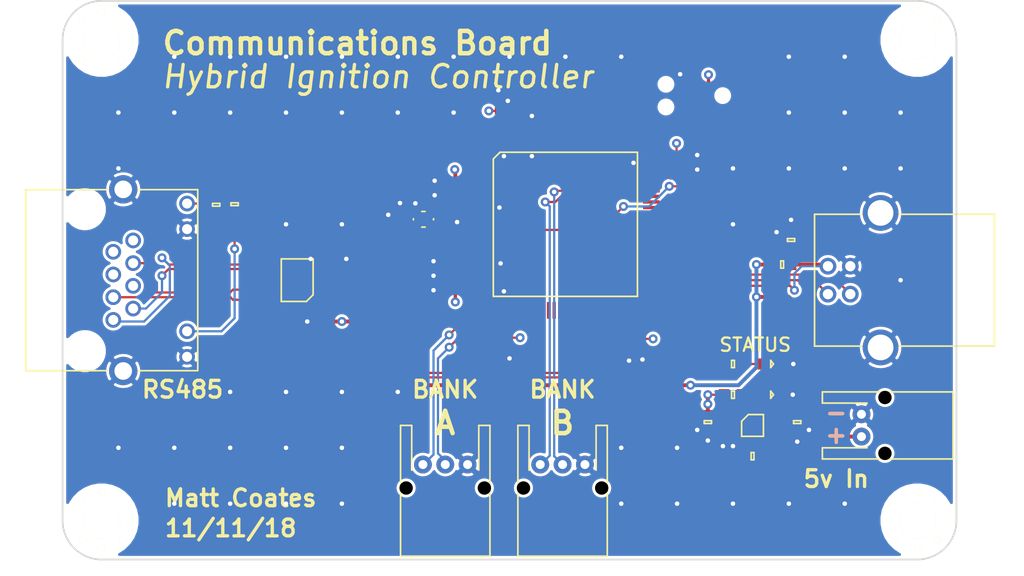
<source format=kicad_pcb>
(kicad_pcb (version 20171130) (host pcbnew 5.0.1-33cea8e~68~ubuntu18.04.1)
  (layers (0 F.Cu signal) (1 In1.Cu power) (2 In2.Cu power) (31 B.Cu mixed) (34 B.Paste user) (35 F.Paste user) (36 B.SilkS user) (37 F.SilkS user) (38 B.Mask user) (39 F.Mask user) (44 Edge.Cuts user))
  (net 0 "")
  (net 1 "Net-(IC1-Pad3)")
  (net 2 "Net-(IC1-Pad4)")
  (net 3 "Net-(IC1-Pad5)")
  (net 4 "Net-(IC1-Pad7)")
  (net 5 "Net-(IC1-Pad8)")
  (net 6 "Net-(C1-Pad2)")
  (net 7 GND)
  (net 8 "Net-(C2-Pad2)")
  (net 9 3v3)
  (net 10 "Net-(C12-Pad1)")
  (net 11 "Net-(C13-Pad1)")
  (net 12 5v)
  (net 13 "Net-(C16-Pad2)")
  (net 14 /~RST)
  (net 15 "Net-(D1-Pad2)")
  (net 16 "Net-(D2-Pad2)")
  (net 17 "Net-(IC1-Pad9)")
  (net 18 "Net-(IC1-Pad13)")
  (net 19 "Net-(IC1-Pad15)")
  (net 20 "Net-(IC1-Pad16)")
  (net 21 "Net-(IC1-Pad17)")
  (net 22 "Net-(IC1-Pad18)")
  (net 23 "Net-(IC1-Pad23)")
  (net 24 "Net-(IC1-Pad24)")
  (net 25 /USART2_TX)
  (net 26 /USART2_RX)
  (net 27 "Net-(IC1-Pad29)")
  (net 28 "Net-(IC1-Pad30)")
  (net 29 "Net-(IC1-Pad31)")
  (net 30 "Net-(IC1-Pad32)")
  (net 31 "Net-(IC1-Pad33)")
  (net 32 "Net-(IC1-Pad34)")
  (net 33 "Net-(IC1-Pad35)")
  (net 34 "Net-(IC1-Pad36)")
  (net 35 "Net-(IC1-Pad37)")
  (net 36 "Net-(IC1-Pad38)")
  (net 37 "Net-(IC1-Pad39)")
  (net 38 "Net-(IC1-Pad40)")
  (net 39 "Net-(IC1-Pad41)")
  (net 40 "Net-(IC1-Pad42)")
  (net 41 "Net-(IC1-Pad43)")
  (net 42 "Net-(IC1-Pad44)")
  (net 43 /LED1)
  (net 44 /LED2)
  (net 45 /USART3_TX)
  (net 46 /USART3_RX)
  (net 47 /OTG_HS_VBUS)
  (net 48 /OTG_HS_DM)
  (net 49 /OTG_HS_DP)
  (net 50 "Net-(IC1-Pad55)")
  (net 51 "Net-(IC1-Pad56)")
  (net 52 "Net-(IC1-Pad57)")
  (net 53 "Net-(IC1-Pad58)")
  (net 54 "Net-(IC1-Pad59)")
  (net 55 "Net-(IC1-Pad60)")
  (net 56 "Net-(IC1-Pad61)")
  (net 57 "Net-(IC1-Pad62)")
  (net 58 "Net-(IC1-Pad63)")
  (net 59 /STATUS)
  (net 60 "Net-(IC1-Pad65)")
  (net 61 "Net-(IC1-Pad66)")
  (net 62 "Net-(IC1-Pad67)")
  (net 63 /USART1_TX)
  (net 64 /USART1_RX)
  (net 65 "Net-(IC1-Pad70)")
  (net 66 "Net-(IC1-Pad71)")
  (net 67 /SWDIO)
  (net 68 /SWDCLK)
  (net 69 "Net-(IC1-Pad77)")
  (net 70 "Net-(IC1-Pad78)")
  (net 71 "Net-(IC1-Pad79)")
  (net 72 "Net-(IC1-Pad80)")
  (net 73 "Net-(IC1-Pad81)")
  (net 74 "Net-(IC1-Pad82)")
  (net 75 "Net-(IC1-Pad83)")
  (net 76 "Net-(IC1-Pad84)")
  (net 77 "Net-(IC1-Pad85)")
  (net 78 "Net-(IC1-Pad86)")
  (net 79 "Net-(IC1-Pad87)")
  (net 80 "Net-(IC1-Pad88)")
  (net 81 "Net-(IC1-Pad89)")
  (net 82 "Net-(IC1-Pad90)")
  (net 83 "Net-(IC1-Pad91)")
  (net 84 "Net-(IC1-Pad92)")
  (net 85 "Net-(IC1-Pad93)")
  (net 86 "Net-(IC1-Pad95)")
  (net 87 "Net-(IC1-Pad96)")
  (net 88 "Net-(IC1-Pad97)")
  (net 89 "Net-(IC1-Pad98)")
  (net 90 /RS485_TX)
  (net 91 /~RS485_TX)
  (net 92 /~RS485_RX)
  (net 93 /RS485_RX)
  (net 94 "Net-(IC4-Pad10)")
  (net 95 "Net-(IC4-Pad12)")
  (net 96 "Net-(IC4-Pad5)")
  (net 97 "Net-(IC4-Pad7)")
  (net 98 "Net-(IC4-Pad4)")
  (net 99 "Net-(IC4-Pad8)")
  (net 100 "Net-(P2-Pad6)")
  (net 101 "Net-(IC1-Pad45)")
  (net 102 "Net-(IC1-Pad46)")
  (net 103 "Net-(IC1-Pad64)")
  (module agg:0402 (layer F.Cu) (at 62.258302 81.6164 270)
    (fp_text reference C6)
    (fp_text value 100n)
    (pad 1 smd rect (at -0.45 0 270) (size 0.62 0.62) (layers F.Cu F.Paste F.Mask) (net 7 GND))
    (pad 2 smd rect (at 0.45 0 270) (size 0.62 0.62) (layers F.Cu F.Paste F.Mask) (net 9 3v3))
  )
  (module agg:RJHSE-538X (layer F.Cu) (at 25.258302 97.2164 270)
    (fp_text reference IC4)
    (fp_text value RJHSE-538x)
    (pad S thru_hole circle (at 8.128 -3.429 270) (size 2.54 2.54) (drill 1.5748) (layers *.Cu *.Mask) (net 7 GND))
    (pad S thru_hole circle (at -8.128 -3.429 270) (size 2.54 2.54) (drill 1.5748) (layers *.Cu *.Mask) (net 7 GND))
    (pad "" np_thru_hole circle (at 6.35 0 270) (size 3.2512 3.2512) (drill 3.2512) (layers *.Cu *.Mask))
    (pad "" np_thru_hole circle (at -6.35 0 270) (size 3.2512 3.2512) (drill 3.2512) (layers *.Cu *.Mask))
    (pad 10 thru_hole circle (at 4.572 -9.144 270) (size 1.4 1.4) (drill 0.9) (layers *.Cu *.Mask) (net 94 "Net-(IC4-Pad10)"))
    (pad 11 thru_hole circle (at -4.572 -9.144 270) (size 1.4 1.4) (drill 0.9) (layers *.Cu *.Mask) (net 7 GND))
    (pad 9 thru_hole circle (at 6.858 -9.144 270) (size 1.4 1.4) (drill 0.9) (layers *.Cu *.Mask) (net 7 GND))
    (pad 12 thru_hole circle (at -6.858 -9.144 270) (size 1.4 1.4) (drill 0.9) (layers *.Cu *.Mask) (net 95 "Net-(IC4-Pad12)"))
    (pad 1 thru_hole circle (at 3.556 -2.54 270) (size 1.4 1.4) (drill 0.9) (layers *.Cu *.Mask) (net 90 /RS485_TX))
    (pad 3 thru_hole circle (at 1.524 -2.54 270) (size 1.4 1.4) (drill 0.9) (layers *.Cu *.Mask) (net 93 /RS485_RX))
    (pad 5 thru_hole circle (at -0.508 -2.54 270) (size 1.4 1.4) (drill 0.9) (layers *.Cu *.Mask) (net 96 "Net-(IC4-Pad5)"))
    (pad 7 thru_hole circle (at -2.54 -2.54 270) (size 1.4 1.4) (drill 0.9) (layers *.Cu *.Mask) (net 97 "Net-(IC4-Pad7)"))
    (pad 2 thru_hole circle (at 2.54 -4.318 270) (size 1.4 1.4) (drill 0.9) (layers *.Cu *.Mask) (net 91 /~RS485_TX))
    (pad 4 thru_hole circle (at 0.508 -4.318 270) (size 1.4 1.4) (drill 0.9) (layers *.Cu *.Mask) (net 98 "Net-(IC4-Pad4)"))
    (pad 6 thru_hole circle (at -1.524 -4.318 270) (size 1.4 1.4) (drill 0.9) (layers *.Cu *.Mask) (net 92 /~RS485_RX))
    (pad 8 thru_hole circle (at -3.556 -4.318 270) (size 1.4 1.4) (drill 0.9) (layers *.Cu *.Mask) (net 99 "Net-(IC4-Pad8)"))
  )
  (module agg:0402 (layer F.Cu) (at 57.658302 91.7164 90)
    (fp_text reference C1)
    (fp_text value 10p)
    (pad 2 smd rect (at 0.45 0 90) (size 0.62 0.62) (layers F.Cu F.Paste F.Mask) (net 6 "Net-(C1-Pad2)"))
    (pad 1 smd rect (at -0.45 0 90) (size 0.62 0.62) (layers F.Cu F.Paste F.Mask) (net 7 GND))
  )
  (module agg:0402 (layer F.Cu) (at 53.458302 91.8164 270)
    (fp_text reference C2)
    (fp_text value 10p)
    (pad 1 smd rect (at -0.45 0 270) (size 0.62 0.62) (layers F.Cu F.Paste F.Mask) (net 7 GND))
    (pad 2 smd rect (at 0.45 0 270) (size 0.62 0.62) (layers F.Cu F.Paste F.Mask) (net 8 "Net-(C2-Pad2)"))
  )
  (module agg:0402 (layer F.Cu) (at 57.958302 88.3164)
    (fp_text reference C3)
    (fp_text value 4u7)
    (pad 2 smd rect (at 0.45 0) (size 0.62 0.62) (layers F.Cu F.Paste F.Mask) (net 9 3v3))
    (pad 1 smd rect (at -0.45 0) (size 0.62 0.62) (layers F.Cu F.Paste F.Mask) (net 7 GND))
  )
  (module agg:0402 (layer F.Cu) (at 57.958302 95.5164)
    (fp_text reference C4)
    (fp_text value 100n)
    (pad 1 smd rect (at -0.45 0) (size 0.62 0.62) (layers F.Cu F.Paste F.Mask) (net 7 GND))
    (pad 2 smd rect (at 0.45 0) (size 0.62 0.62) (layers F.Cu F.Paste F.Mask) (net 9 3v3))
  )
  (module agg:0402 (layer F.Cu) (at 75.158302 102.9164 90)
    (fp_text reference C5)
    (fp_text value 100n)
    (pad 1 smd rect (at -0.45 0 90) (size 0.62 0.62) (layers F.Cu F.Paste F.Mask) (net 7 GND))
    (pad 2 smd rect (at 0.45 0 90) (size 0.62 0.62) (layers F.Cu F.Paste F.Mask) (net 9 3v3))
  )
  (module agg:0402 (layer F.Cu) (at 57.958302 98.1164)
    (fp_text reference C7)
    (fp_text value 1u)
    (pad 1 smd rect (at -0.45 0) (size 0.62 0.62) (layers F.Cu F.Paste F.Mask) (net 7 GND))
    (pad 2 smd rect (at 0.45 0) (size 0.62 0.62) (layers F.Cu F.Paste F.Mask) (net 9 3v3))
  )
  (module agg:0402 (layer F.Cu) (at 57.958302 89.6164)
    (fp_text reference C8)
    (fp_text value 100n)
    (pad 2 smd rect (at 0.45 0) (size 0.62 0.62) (layers F.Cu F.Paste F.Mask) (net 9 3v3))
    (pad 1 smd rect (at -0.45 0) (size 0.62 0.62) (layers F.Cu F.Paste F.Mask) (net 7 GND))
  )
  (module agg:0402 (layer F.Cu) (at 63.258302 102.8164 90)
    (fp_text reference C9)
    (fp_text value 100n)
    (pad 2 smd rect (at 0.45 0 90) (size 0.62 0.62) (layers F.Cu F.Paste F.Mask) (net 9 3v3))
    (pad 1 smd rect (at -0.45 0 90) (size 0.62 0.62) (layers F.Cu F.Paste F.Mask) (net 7 GND))
  )
  (module agg:0402 (layer F.Cu) (at 78.658302 86.0164 180)
    (fp_text reference C10)
    (fp_text value 100n)
    (pad 2 smd rect (at 0.45 0 180) (size 0.62 0.62) (layers F.Cu F.Paste F.Mask) (net 9 3v3))
    (pad 1 smd rect (at -0.45 0 180) (size 0.62 0.62) (layers F.Cu F.Paste F.Mask) (net 7 GND))
  )
  (module agg:0402 (layer F.Cu) (at 57.958302 96.8164)
    (fp_text reference C11)
    (fp_text value 100n)
    (pad 1 smd rect (at -0.45 0) (size 0.62 0.62) (layers F.Cu F.Paste F.Mask) (net 7 GND))
    (pad 2 smd rect (at 0.45 0) (size 0.62 0.62) (layers F.Cu F.Paste F.Mask) (net 9 3v3))
  )
  (module agg:0402 (layer F.Cu) (at 78.658302 87.3164)
    (fp_text reference C12)
    (fp_text value 2u2)
    (pad 1 smd rect (at -0.45 0) (size 0.62 0.62) (layers F.Cu F.Paste F.Mask) (net 10 "Net-(C12-Pad1)"))
    (pad 2 smd rect (at 0.45 0) (size 0.62 0.62) (layers F.Cu F.Paste F.Mask) (net 7 GND))
  )
  (module agg:0402 (layer F.Cu) (at 73.958302 102.9164 270)
    (fp_text reference C13)
    (fp_text value 2u2)
    (pad 1 smd rect (at -0.45 0 270) (size 0.62 0.62) (layers F.Cu F.Paste F.Mask) (net 11 "Net-(C13-Pad1)"))
    (pad 2 smd rect (at 0.45 0 270) (size 0.62 0.62) (layers F.Cu F.Paste F.Mask) (net 7 GND))
  )
  (module agg:0603-L (layer F.Cu) (at 89.008302 109.9164 270)
    (fp_text reference C14)
    (fp_text value 1u)
    (pad 1 smd rect (at -0.7 0 270) (size 0.75 0.9) (layers F.Cu F.Paste F.Mask) (net 12 5v))
    (pad 2 smd rect (at 0.7 0 270) (size 0.75 0.9) (layers F.Cu F.Paste F.Mask) (net 7 GND))
  )
  (module agg:0402 (layer F.Cu) (at 46.558302 100.9164)
    (fp_text reference C15)
    (fp_text value 100n)
    (pad 1 smd rect (at -0.45 0) (size 0.62 0.62) (layers F.Cu F.Paste F.Mask) (net 7 GND))
    (pad 2 smd rect (at 0.45 0) (size 0.62 0.62) (layers F.Cu F.Paste F.Mask) (net 12 5v))
  )
  (module agg:0603-L (layer F.Cu) (at 85.008302 112.9664)
    (fp_text reference C16)
    (fp_text value 10n)
    (pad 2 smd rect (at 0.7 0) (size 0.75 0.9) (layers F.Cu F.Paste F.Mask) (net 13 "Net-(C16-Pad2)"))
    (pad 1 smd rect (at -0.7 0) (size 0.75 0.9) (layers F.Cu F.Paste F.Mask) (net 9 3v3))
  )
  (module agg:0603-L (layer F.Cu) (at 81.008302 109.9164 270)
    (fp_text reference C17)
    (fp_text value 1u)
    (pad 2 smd rect (at 0.7 0 270) (size 0.75 0.9) (layers F.Cu F.Paste F.Mask) (net 7 GND))
    (pad 1 smd rect (at -0.7 0 270) (size 0.75 0.9) (layers F.Cu F.Paste F.Mask) (net 9 3v3))
  )
  (module agg:0603-L (layer F.Cu) (at 88.458302 93.6164 90)
    (fp_text reference C18)
    (fp_text value 1u)
    (pad 1 smd rect (at -0.7 0 90) (size 0.75 0.9) (layers F.Cu F.Paste F.Mask) (net 47 /OTG_HS_VBUS))
    (pad 2 smd rect (at 0.7 0 90) (size 0.75 0.9) (layers F.Cu F.Paste F.Mask) (net 7 GND))
  )
  (module agg:0402 (layer F.Cu) (at 57.958302 94.2164)
    (fp_text reference C19)
    (fp_text value 100n)
    (pad 2 smd rect (at 0.45 0) (size 0.62 0.62) (layers F.Cu F.Paste F.Mask) (net 14 /~RST))
    (pad 1 smd rect (at -0.45 0) (size 0.62 0.62) (layers F.Cu F.Paste F.Mask) (net 7 GND))
  )
  (module agg:0603-LED (layer F.Cu) (at 86.758302 107.4664 180)
    (fp_text reference D1)
    (fp_text value LED)
    (pad 1 smd rect (at -0.8 0 180) (size 0.95 1) (layers F.Cu F.Paste F.Mask) (net 7 GND))
    (pad 2 smd rect (at 0.8 0 180) (size 0.95 1) (layers F.Cu F.Paste F.Mask) (net 15 "Net-(D1-Pad2)"))
  )
  (module agg:0603-LED (layer F.Cu) (at 86.758302 104.7164 180)
    (fp_text reference D2)
    (fp_text value LED)
    (pad 2 smd rect (at 0.8 0 180) (size 0.95 1) (layers F.Cu F.Paste F.Mask) (net 16 "Net-(D2-Pad2)"))
    (pad 1 smd rect (at -0.8 0 180) (size 0.95 1) (layers F.Cu F.Paste F.Mask) (net 7 GND))
  )
  (module agg:LQFP-100 (layer F.Cu) (at 68.258302 92.2164)
    (fp_text reference IC1)
    (fp_text value STM32F437VIT6)
    (pad 1 smd rect (at -7.7 -6) (size 1.5 0.3) (layers F.Cu F.Paste F.Mask) (net 44 /LED2))
    (pad 2 smd rect (at -7.7 -5.5) (size 1.5 0.3) (layers F.Cu F.Paste F.Mask) (net 43 /LED1))
    (pad 3 smd rect (at -7.7 -5) (size 1.5 0.3) (layers F.Cu F.Paste F.Mask) (net 1 "Net-(IC1-Pad3)"))
    (pad 4 smd rect (at -7.7 -4.5) (size 1.5 0.3) (layers F.Cu F.Paste F.Mask) (net 2 "Net-(IC1-Pad4)"))
    (pad 5 smd rect (at -7.7 -4) (size 1.5 0.3) (layers F.Cu F.Paste F.Mask) (net 3 "Net-(IC1-Pad5)"))
    (pad 6 smd rect (at -7.7 -3.5) (size 1.5 0.3) (layers F.Cu F.Paste F.Mask) (net 9 3v3))
    (pad 7 smd rect (at -7.7 -3) (size 1.5 0.3) (layers F.Cu F.Paste F.Mask) (net 4 "Net-(IC1-Pad7)"))
    (pad 8 smd rect (at -7.7 -2.5) (size 1.5 0.3) (layers F.Cu F.Paste F.Mask) (net 5 "Net-(IC1-Pad8)"))
    (pad 9 smd rect (at -7.7 -2) (size 1.5 0.3) (layers F.Cu F.Paste F.Mask) (net 17 "Net-(IC1-Pad9)"))
    (pad 10 smd rect (at -7.7 -1.5) (size 1.5 0.3) (layers F.Cu F.Paste F.Mask) (net 7 GND))
    (pad 11 smd rect (at -7.7 -1) (size 1.5 0.3) (layers F.Cu F.Paste F.Mask) (net 9 3v3))
    (pad 12 smd rect (at -7.7 -0.5) (size 1.5 0.3) (layers F.Cu F.Paste F.Mask) (net 6 "Net-(C1-Pad2)"))
    (pad 13 smd rect (at -7.7 0) (size 1.5 0.3) (layers F.Cu F.Paste F.Mask) (net 18 "Net-(IC1-Pad13)"))
    (pad 14 smd rect (at -7.7 0.5) (size 1.5 0.3) (layers F.Cu F.Paste F.Mask) (net 14 /~RST))
    (pad 15 smd rect (at -7.7 1) (size 1.5 0.3) (layers F.Cu F.Paste F.Mask) (net 19 "Net-(IC1-Pad15)"))
    (pad 16 smd rect (at -7.7 1.5) (size 1.5 0.3) (layers F.Cu F.Paste F.Mask) (net 20 "Net-(IC1-Pad16)"))
    (pad 17 smd rect (at -7.7 2) (size 1.5 0.3) (layers F.Cu F.Paste F.Mask) (net 21 "Net-(IC1-Pad17)"))
    (pad 18 smd rect (at -7.7 2.5) (size 1.5 0.3) (layers F.Cu F.Paste F.Mask) (net 22 "Net-(IC1-Pad18)"))
    (pad 19 smd rect (at -7.7 3) (size 1.5 0.3) (layers F.Cu F.Paste F.Mask) (net 9 3v3))
    (pad 20 smd rect (at -7.7 3.5) (size 1.5 0.3) (layers F.Cu F.Paste F.Mask) (net 7 GND))
    (pad 21 smd rect (at -7.7 4) (size 1.5 0.3) (layers F.Cu F.Paste F.Mask) (net 9 3v3))
    (pad 22 smd rect (at -7.7 4.5) (size 1.5 0.3) (layers F.Cu F.Paste F.Mask) (net 9 3v3))
    (pad 23 smd rect (at -7.7 5) (size 1.5 0.3) (layers F.Cu F.Paste F.Mask) (net 23 "Net-(IC1-Pad23)"))
    (pad 24 smd rect (at -7.7 5.5) (size 1.5 0.3) (layers F.Cu F.Paste F.Mask) (net 24 "Net-(IC1-Pad24)"))
    (pad 25 smd rect (at -7.7 6) (size 1.5 0.3) (layers F.Cu F.Paste F.Mask) (net 25 /USART2_TX))
    (pad 26 smd rect (at -6 7.7) (size 0.3 1.5) (layers F.Cu F.Paste F.Mask) (net 26 /USART2_RX))
    (pad 27 smd rect (at -5.5 7.7) (size 0.3 1.5) (layers F.Cu F.Paste F.Mask) (net 7 GND))
    (pad 28 smd rect (at -5 7.7) (size 0.3 1.5) (layers F.Cu F.Paste F.Mask) (net 9 3v3))
    (pad 29 smd rect (at -4.5 7.7) (size 0.3 1.5) (layers F.Cu F.Paste F.Mask) (net 27 "Net-(IC1-Pad29)"))
    (pad 30 smd rect (at -4 7.7) (size 0.3 1.5) (layers F.Cu F.Paste F.Mask) (net 28 "Net-(IC1-Pad30)"))
    (pad 31 smd rect (at -3.5 7.7) (size 0.3 1.5) (layers F.Cu F.Paste F.Mask) (net 29 "Net-(IC1-Pad31)"))
    (pad 32 smd rect (at -3 7.7) (size 0.3 1.5) (layers F.Cu F.Paste F.Mask) (net 30 "Net-(IC1-Pad32)"))
    (pad 33 smd rect (at -2.5 7.7) (size 0.3 1.5) (layers F.Cu F.Paste F.Mask) (net 31 "Net-(IC1-Pad33)"))
    (pad 34 smd rect (at -2 7.7) (size 0.3 1.5) (layers F.Cu F.Paste F.Mask) (net 32 "Net-(IC1-Pad34)"))
    (pad 35 smd rect (at -1.5 7.7) (size 0.3 1.5) (layers F.Cu F.Paste F.Mask) (net 33 "Net-(IC1-Pad35)"))
    (pad 36 smd rect (at -1 7.7) (size 0.3 1.5) (layers F.Cu F.Paste F.Mask) (net 34 "Net-(IC1-Pad36)"))
    (pad 37 smd rect (at -0.5 7.7) (size 0.3 1.5) (layers F.Cu F.Paste F.Mask) (net 35 "Net-(IC1-Pad37)"))
    (pad 38 smd rect (at 0 7.7) (size 0.3 1.5) (layers F.Cu F.Paste F.Mask) (net 36 "Net-(IC1-Pad38)"))
    (pad 39 smd rect (at 0.5 7.7) (size 0.3 1.5) (layers F.Cu F.Paste F.Mask) (net 37 "Net-(IC1-Pad39)"))
    (pad 40 smd rect (at 1 7.7) (size 0.3 1.5) (layers F.Cu F.Paste F.Mask) (net 38 "Net-(IC1-Pad40)"))
    (pad 41 smd rect (at 1.5 7.7) (size 0.3 1.5) (layers F.Cu F.Paste F.Mask) (net 39 "Net-(IC1-Pad41)"))
    (pad 42 smd rect (at 2 7.7) (size 0.3 1.5) (layers F.Cu F.Paste F.Mask) (net 40 "Net-(IC1-Pad42)"))
    (pad 43 smd rect (at 2.5 7.7) (size 0.3 1.5) (layers F.Cu F.Paste F.Mask) (net 41 "Net-(IC1-Pad43)"))
    (pad 44 smd rect (at 3 7.7) (size 0.3 1.5) (layers F.Cu F.Paste F.Mask) (net 42 "Net-(IC1-Pad44)"))
    (pad 45 smd rect (at 3.5 7.7) (size 0.3 1.5) (layers F.Cu F.Paste F.Mask) (net 101 "Net-(IC1-Pad45)"))
    (pad 46 smd rect (at 4 7.7) (size 0.3 1.5) (layers F.Cu F.Paste F.Mask) (net 102 "Net-(IC1-Pad46)"))
    (pad 47 smd rect (at 4.5 7.7) (size 0.3 1.5) (layers F.Cu F.Paste F.Mask) (net 45 /USART3_TX))
    (pad 48 smd rect (at 5 7.7) (size 0.3 1.5) (layers F.Cu F.Paste F.Mask) (net 46 /USART3_RX))
    (pad 49 smd rect (at 5.5 7.7) (size 0.3 1.5) (layers F.Cu F.Paste F.Mask) (net 11 "Net-(C13-Pad1)"))
    (pad 50 smd rect (at 6 7.7) (size 0.3 1.5) (layers F.Cu F.Paste F.Mask) (net 9 3v3))
    (pad 51 smd rect (at 7.7 6) (size 1.5 0.3) (layers F.Cu F.Paste F.Mask) (net 59 /STATUS))
    (pad 52 smd rect (at 7.7 5.5) (size 1.5 0.3) (layers F.Cu F.Paste F.Mask) (net 47 /OTG_HS_VBUS))
    (pad 53 smd rect (at 7.7 5) (size 1.5 0.3) (layers F.Cu F.Paste F.Mask) (net 48 /OTG_HS_DM))
    (pad 54 smd rect (at 7.7 4.5) (size 1.5 0.3) (layers F.Cu F.Paste F.Mask) (net 49 /OTG_HS_DP))
    (pad 55 smd rect (at 7.7 4) (size 1.5 0.3) (layers F.Cu F.Paste F.Mask) (net 50 "Net-(IC1-Pad55)"))
    (pad 56 smd rect (at 7.7 3.5) (size 1.5 0.3) (layers F.Cu F.Paste F.Mask) (net 51 "Net-(IC1-Pad56)"))
    (pad 57 smd rect (at 7.7 3) (size 1.5 0.3) (layers F.Cu F.Paste F.Mask) (net 52 "Net-(IC1-Pad57)"))
    (pad 58 smd rect (at 7.7 2.5) (size 1.5 0.3) (layers F.Cu F.Paste F.Mask) (net 53 "Net-(IC1-Pad58)"))
    (pad 59 smd rect (at 7.7 2) (size 1.5 0.3) (layers F.Cu F.Paste F.Mask) (net 54 "Net-(IC1-Pad59)"))
    (pad 60 smd rect (at 7.7 1.5) (size 1.5 0.3) (layers F.Cu F.Paste F.Mask) (net 55 "Net-(IC1-Pad60)"))
    (pad 61 smd rect (at 7.7 1) (size 1.5 0.3) (layers F.Cu F.Paste F.Mask) (net 56 "Net-(IC1-Pad61)"))
    (pad 62 smd rect (at 7.7 0.5) (size 1.5 0.3) (layers F.Cu F.Paste F.Mask) (net 57 "Net-(IC1-Pad62)"))
    (pad 63 smd rect (at 7.7 0) (size 1.5 0.3) (layers F.Cu F.Paste F.Mask) (net 58 "Net-(IC1-Pad63)"))
    (pad 64 smd rect (at 7.7 -0.5) (size 1.5 0.3) (layers F.Cu F.Paste F.Mask) (net 103 "Net-(IC1-Pad64)"))
    (pad 65 smd rect (at 7.7 -1) (size 1.5 0.3) (layers F.Cu F.Paste F.Mask) (net 60 "Net-(IC1-Pad65)"))
    (pad 66 smd rect (at 7.7 -1.5) (size 1.5 0.3) (layers F.Cu F.Paste F.Mask) (net 61 "Net-(IC1-Pad66)"))
    (pad 67 smd rect (at 7.7 -2) (size 1.5 0.3) (layers F.Cu F.Paste F.Mask) (net 62 "Net-(IC1-Pad67)"))
    (pad 68 smd rect (at 7.7 -2.5) (size 1.5 0.3) (layers F.Cu F.Paste F.Mask) (net 63 /USART1_TX))
    (pad 69 smd rect (at 7.7 -3) (size 1.5 0.3) (layers F.Cu F.Paste F.Mask) (net 64 /USART1_RX))
    (pad 70 smd rect (at 7.7 -3.5) (size 1.5 0.3) (layers F.Cu F.Paste F.Mask) (net 65 "Net-(IC1-Pad70)"))
    (pad 71 smd rect (at 7.7 -4) (size 1.5 0.3) (layers F.Cu F.Paste F.Mask) (net 66 "Net-(IC1-Pad71)"))
    (pad 72 smd rect (at 7.7 -4.5) (size 1.5 0.3) (layers F.Cu F.Paste F.Mask) (net 67 /SWDIO))
    (pad 73 smd rect (at 7.7 -5) (size 1.5 0.3) (layers F.Cu F.Paste F.Mask) (net 10 "Net-(C12-Pad1)"))
    (pad 74 smd rect (at 7.7 -5.5) (size 1.5 0.3) (layers F.Cu F.Paste F.Mask) (net 7 GND))
    (pad 75 smd rect (at 7.7 -6) (size 1.5 0.3) (layers F.Cu F.Paste F.Mask) (net 9 3v3))
    (pad 76 smd rect (at 6 -7.7) (size 0.3 1.5) (layers F.Cu F.Paste F.Mask) (net 68 /SWDCLK))
    (pad 77 smd rect (at 5.5 -7.7) (size 0.3 1.5) (layers F.Cu F.Paste F.Mask) (net 69 "Net-(IC1-Pad77)"))
    (pad 78 smd rect (at 5 -7.7) (size 0.3 1.5) (layers F.Cu F.Paste F.Mask) (net 70 "Net-(IC1-Pad78)"))
    (pad 79 smd rect (at 4.5 -7.7) (size 0.3 1.5) (layers F.Cu F.Paste F.Mask) (net 71 "Net-(IC1-Pad79)"))
    (pad 80 smd rect (at 4 -7.7) (size 0.3 1.5) (layers F.Cu F.Paste F.Mask) (net 72 "Net-(IC1-Pad80)"))
    (pad 81 smd rect (at 3.5 -7.7) (size 0.3 1.5) (layers F.Cu F.Paste F.Mask) (net 73 "Net-(IC1-Pad81)"))
    (pad 82 smd rect (at 3 -7.7) (size 0.3 1.5) (layers F.Cu F.Paste F.Mask) (net 74 "Net-(IC1-Pad82)"))
    (pad 83 smd rect (at 2.5 -7.7) (size 0.3 1.5) (layers F.Cu F.Paste F.Mask) (net 75 "Net-(IC1-Pad83)"))
    (pad 84 smd rect (at 2 -7.7) (size 0.3 1.5) (layers F.Cu F.Paste F.Mask) (net 76 "Net-(IC1-Pad84)"))
    (pad 85 smd rect (at 1.5 -7.7) (size 0.3 1.5) (layers F.Cu F.Paste F.Mask) (net 77 "Net-(IC1-Pad85)"))
    (pad 86 smd rect (at 1 -7.7) (size 0.3 1.5) (layers F.Cu F.Paste F.Mask) (net 78 "Net-(IC1-Pad86)"))
    (pad 87 smd rect (at 0.5 -7.7) (size 0.3 1.5) (layers F.Cu F.Paste F.Mask) (net 79 "Net-(IC1-Pad87)"))
    (pad 88 smd rect (at 0 -7.7) (size 0.3 1.5) (layers F.Cu F.Paste F.Mask) (net 80 "Net-(IC1-Pad88)"))
    (pad 89 smd rect (at -0.5 -7.7) (size 0.3 1.5) (layers F.Cu F.Paste F.Mask) (net 81 "Net-(IC1-Pad89)"))
    (pad 90 smd rect (at -1 -7.7) (size 0.3 1.5) (layers F.Cu F.Paste F.Mask) (net 82 "Net-(IC1-Pad90)"))
    (pad 91 smd rect (at -1.5 -7.7) (size 0.3 1.5) (layers F.Cu F.Paste F.Mask) (net 83 "Net-(IC1-Pad91)"))
    (pad 92 smd rect (at -2 -7.7) (size 0.3 1.5) (layers F.Cu F.Paste F.Mask) (net 84 "Net-(IC1-Pad92)"))
    (pad 93 smd rect (at -2.5 -7.7) (size 0.3 1.5) (layers F.Cu F.Paste F.Mask) (net 85 "Net-(IC1-Pad93)"))
    (pad 94 smd rect (at -3 -7.7) (size 0.3 1.5) (layers F.Cu F.Paste F.Mask) (net 7 GND))
    (pad 95 smd rect (at -3.5 -7.7) (size 0.3 1.5) (layers F.Cu F.Paste F.Mask) (net 86 "Net-(IC1-Pad95)"))
    (pad 96 smd rect (at -4 -7.7) (size 0.3 1.5) (layers F.Cu F.Paste F.Mask) (net 87 "Net-(IC1-Pad96)"))
    (pad 97 smd rect (at -4.5 -7.7) (size 0.3 1.5) (layers F.Cu F.Paste F.Mask) (net 88 "Net-(IC1-Pad97)"))
    (pad 98 smd rect (at -5 -7.7) (size 0.3 1.5) (layers F.Cu F.Paste F.Mask) (net 89 "Net-(IC1-Pad98)"))
    (pad 99 smd rect (at -5.5 -7.7) (size 0.3 1.5) (layers F.Cu F.Paste F.Mask) (net 7 GND))
    (pad 100 smd rect (at -6 -7.7) (size 0.3 1.5) (layers F.Cu F.Paste F.Mask) (net 9 3v3))
  )
  (module agg:MSOP-8 (layer F.Cu) (at 85.008302 110.2164)
    (fp_text reference IC2)
    (fp_text value ADP3335)
    (pad 1 smd rect (at -2.2 -0.975) (size 1.45 0.45) (layers F.Cu F.Paste F.Mask) (net 9 3v3))
    (pad 2 smd rect (at -2.2 -0.325) (size 1.45 0.45) (layers F.Cu F.Paste F.Mask) (net 9 3v3))
    (pad 3 smd rect (at -2.2 0.325) (size 1.45 0.45) (layers F.Cu F.Paste F.Mask) (net 9 3v3))
    (pad 4 smd rect (at -2.2 0.975) (size 1.45 0.45) (layers F.Cu F.Paste F.Mask) (net 7 GND))
    (pad 5 smd rect (at 2.2 0.975) (size 1.45 0.45) (layers F.Cu F.Paste F.Mask) (net 13 "Net-(C16-Pad2)"))
    (pad 6 smd rect (at 2.2 0.325) (size 1.45 0.45) (layers F.Cu F.Paste F.Mask) (net 12 5v))
    (pad 7 smd rect (at 2.2 -0.325) (size 1.45 0.45) (layers F.Cu F.Paste F.Mask) (net 12 5v))
    (pad 8 smd rect (at 2.2 -0.975) (size 1.45 0.45) (layers F.Cu F.Paste F.Mask) (net 12 5v))
  )
  (module agg:SOIC-8 (layer F.Cu) (at 44.258302 97.2164 180)
    (fp_text reference IC3)
    (fp_text value MAX14787E)
    (pad 1 smd rect (at -2.7 -1.905 180) (size 1.55 0.6) (layers F.Cu F.Paste F.Mask) (net 12 5v))
    (pad 2 smd rect (at -2.7 -0.635 180) (size 1.55 0.6) (layers F.Cu F.Paste F.Mask) (net 46 /USART3_RX))
    (pad 3 smd rect (at -2.7 0.635 180) (size 1.55 0.6) (layers F.Cu F.Paste F.Mask) (net 45 /USART3_TX))
    (pad 4 smd rect (at -2.7 1.905 180) (size 1.55 0.6) (layers F.Cu F.Paste F.Mask) (net 7 GND))
    (pad 5 smd rect (at 2.7 1.905 180) (size 1.55 0.6) (layers F.Cu F.Paste F.Mask) (net 90 /RS485_TX))
    (pad 6 smd rect (at 2.7 0.635 180) (size 1.55 0.6) (layers F.Cu F.Paste F.Mask) (net 91 /~RS485_TX))
    (pad 7 smd rect (at 2.7 -0.635 180) (size 1.55 0.6) (layers F.Cu F.Paste F.Mask) (net 92 /~RS485_RX))
    (pad 8 smd rect (at 2.7 -1.905 180) (size 1.55 0.6) (layers F.Cu F.Paste F.Mask) (net 93 /RS485_RX))
  )
  (module agg:S03B-PASK-2 (layer F.Cu) (at 68.008302 113.7164 180)
    (fp_text reference J1)
    (fp_text value UART1)
    (pad "" np_thru_hole circle (at 3.5 -2.1 180) (size 1.2 1.2) (drill 1.2) (layers *.Mask))
    (pad "" np_thru_hole circle (at -3.5 -2.1 180) (size 1.2 1.2) (drill 1.2) (layers *.Mask))
    (pad 1 thru_hole circle (at 2 0 180) (size 1.6 1.6) (drill 0.8) (layers *.Cu *.Mask) (net 63 /USART1_TX))
    (pad 2 thru_hole circle (at 0 0 180) (size 1.6 1.6) (drill 0.8) (layers *.Cu *.Mask) (net 64 /USART1_RX))
    (pad 3 thru_hole circle (at -2 0 180) (size 1.6 1.6) (drill 0.8) (layers *.Cu *.Mask) (net 7 GND))
  )
  (module agg:S03B-PASK-2 (layer F.Cu) (at 57.508302 113.7164 180)
    (fp_text reference J2)
    (fp_text value UART2)
    (pad 3 thru_hole circle (at -2 0 180) (size 1.6 1.6) (drill 0.8) (layers *.Cu *.Mask) (net 7 GND))
    (pad 2 thru_hole circle (at 0 0 180) (size 1.6 1.6) (drill 0.8) (layers *.Cu *.Mask) (net 26 /USART2_RX))
    (pad 1 thru_hole circle (at 2 0 180) (size 1.6 1.6) (drill 0.8) (layers *.Cu *.Mask) (net 25 /USART2_TX))
    (pad "" np_thru_hole circle (at -3.5 -2.1 180) (size 1.2 1.2) (drill 1.2) (layers *.Mask))
    (pad "" np_thru_hole circle (at 3.5 -2.1 180) (size 1.2 1.2) (drill 1.2) (layers *.Mask))
  )
  (module agg:S02B-PASK-2 (layer F.Cu) (at 94.758302 110.2164 270)
    (fp_text reference J3)
    (fp_text value "5v In")
    (pad 2 thru_hole circle (at -1 0 270) (size 1.6 1.6) (drill 0.8) (layers *.Cu *.Mask) (net 7 GND))
    (pad 1 thru_hole circle (at 1 0 270) (size 1.6 1.6) (drill 0.8) (layers *.Cu *.Mask) (net 12 5v))
    (pad "" np_thru_hole circle (at -2.5 -2.1 270) (size 1.2 1.2) (drill 1.2) (layers *.Mask))
    (pad "" np_thru_hole circle (at 2.5 -2.1 270) (size 1.2 1.2) (drill 1.2) (layers *.Mask))
  )
  (module agg:USB-B-SKT (layer F.Cu) (at 92.758302 97.2164 90)
    (fp_text reference P1)
    (fp_text value USB-B)
    (pad 1 thru_hole circle (at 1.25 -1 90) (size 1.5 1.5) (drill 0.92) (layers *.Cu *.Mask) (net 47 /OTG_HS_VBUS))
    (pad 2 thru_hole circle (at -1.25 -1 90) (size 1.5 1.5) (drill 0.92) (layers *.Cu *.Mask) (net 48 /OTG_HS_DM))
    (pad 3 thru_hole circle (at -1.25 1 90) (size 1.5 1.5) (drill 0.92) (layers *.Cu *.Mask) (net 49 /OTG_HS_DP))
    (pad 4 thru_hole circle (at 1.25 1 90) (size 1.5 1.5) (drill 0.92) (layers *.Cu *.Mask) (net 7 GND))
    (pad S thru_hole circle (at 6.02 3.71 90) (size 3.2 3.2) (drill 2.3) (layers *.Cu *.Mask) (net 7 GND))
    (pad S thru_hole circle (at -6.02 3.71 90) (size 3.2 3.2) (drill 2.3) (layers *.Cu *.Mask) (net 7 GND))
  )
  (module agg:TC2030-NL (layer F.Cu) (at 79.798302 80.7054 180)
    (fp_text reference P2)
    (fp_text value SWD_TC)
    (pad 1 smd circle (at -1.27 0.64 180) (size 0.787 0.787) (layers F.Cu F.Mask) (net 9 3v3))
    (pad 2 smd circle (at -1.27 -0.63 180) (size 0.787 0.787) (layers F.Cu F.Mask) (net 67 /SWDIO))
    (pad 3 smd circle (at 0 0.64 180) (size 0.787 0.787) (layers F.Cu F.Mask) (net 14 /~RST))
    (pad 4 smd circle (at 0 -0.63 180) (size 0.787 0.787) (layers F.Cu F.Mask) (net 68 /SWDCLK))
    (pad 5 smd circle (at 1.27 0.64 180) (size 0.787 0.787) (layers F.Cu F.Mask) (net 7 GND))
    (pad 6 smd circle (at 1.27 -0.63 180) (size 0.787 0.787) (layers F.Cu F.Mask) (net 100 "Net-(P2-Pad6)"))
    (pad "" np_thru_hole circle (at -2.54 0.005 180) (size 1 1) (drill 1) (layers *.Cu *.Mask F.SilkS))
    (pad "" np_thru_hole circle (at 2.54 1.021 180) (size 1 1) (drill 1) (layers *.Cu *.Mask F.SilkS))
    (pad "" np_thru_hole circle (at 2.54 -1.011 180) (size 1 1) (drill 1) (layers *.Cu *.Mask F.SilkS))
  )
  (module agg:0402 (layer F.Cu) (at 55.258302 93.7164)
    (fp_text reference R1)
    (fp_text value 100)
    (pad 2 smd rect (at 0.45 0) (size 0.62 0.62) (layers F.Cu F.Paste F.Mask) (net 18 "Net-(IC1-Pad13)"))
    (pad 1 smd rect (at -0.45 0) (size 0.62 0.62) (layers F.Cu F.Paste F.Mask) (net 8 "Net-(C2-Pad2)"))
  )
  (module agg:0603 (layer F.Cu) (at 87.658302 95.8164 180)
    (fp_text reference R2)
    (fp_text value 0R)
    (pad 2 smd rect (at 0.8 0 180) (size 0.95 1) (layers F.Cu F.Paste F.Mask) (net 12 5v))
    (pad 1 smd rect (at -0.8 0 180) (size 0.95 1) (layers F.Cu F.Paste F.Mask) (net 47 /OTG_HS_VBUS))
  )
  (module agg:0402 (layer F.Cu) (at 39.658302 98.5164 90)
    (fp_text reference R3)
    (fp_text value 120R)
    (pad 2 smd rect (at 0.45 0 90) (size 0.62 0.62) (layers F.Cu F.Paste F.Mask) (net 92 /~RS485_RX))
    (pad 1 smd rect (at -0.45 0 90) (size 0.62 0.62) (layers F.Cu F.Paste F.Mask) (net 93 /RS485_RX))
  )
  (module agg:0603 (layer F.Cu) (at 83.258302 107.4664)
    (fp_text reference R4)
    (fp_text value 100R)
    (pad 1 smd rect (at -0.8 0) (size 0.95 1) (layers F.Cu F.Paste F.Mask) (net 9 3v3))
    (pad 2 smd rect (at 0.8 0) (size 0.95 1) (layers F.Cu F.Paste F.Mask) (net 15 "Net-(D1-Pad2)"))
  )
  (module agg:0603 (layer F.Cu) (at 83.258302 104.7164)
    (fp_text reference R5)
    (fp_text value 100R)
    (pad 2 smd rect (at 0.8 0) (size 0.95 1) (layers F.Cu F.Paste F.Mask) (net 16 "Net-(D2-Pad2)"))
    (pad 1 smd rect (at -0.8 0) (size 0.95 1) (layers F.Cu F.Paste F.Mask) (net 59 /STATUS))
  )
  (module agg:0603 (layer F.Cu) (at 38.658302 90.4164 270)
    (fp_text reference R6)
    (fp_text value 100R)
    (pad 2 smd rect (at 0.8 0 270) (size 0.95 1) (layers F.Cu F.Paste F.Mask) (net 94 "Net-(IC4-Pad10)"))
    (pad 1 smd rect (at -0.8 0 270) (size 0.95 1) (layers F.Cu F.Paste F.Mask) (net 43 /LED1))
  )
  (module agg:0603 (layer F.Cu) (at 37.008302 90.4664 270)
    (fp_text reference R7)
    (fp_text value 100R)
    (pad 1 smd rect (at -0.8 0 270) (size 0.95 1) (layers F.Cu F.Paste F.Mask) (net 44 /LED2))
    (pad 2 smd rect (at 0.8 0 270) (size 0.95 1) (layers F.Cu F.Paste F.Mask) (net 95 "Net-(IC4-Pad12)"))
  )
  (module agg:TESTPAD (layer F.Cu) (at 85.058302 114.6164 270)
    (fp_text reference TP1 hide)
    (fp_text value TESTPAD hide)
    (pad 1 smd circle (at 0 0 270) (size 1 1) (layers F.Cu F.Mask) (net 9 3v3))
  )
  (module agg:M3_MOUNT (layer F.Cu) (at 26.758302 118.7164 270)
    (fp_text reference X5 hide)
    (fp_text value Hole hide)
    (pad "" np_thru_hole circle (at 1.8 1.8 270) (size 0.6 0.6) (drill 0.6) (layers *.Cu *.Mask F.SilkS))
    (pad "" np_thru_hole circle (at -1.8 1.8 270) (size 0.6 0.6) (drill 0.6) (layers *.Cu *.Mask F.SilkS))
    (pad "" np_thru_hole circle (at 1.8 -1.8 270) (size 0.6 0.6) (drill 0.6) (layers *.Cu *.Mask F.SilkS))
    (pad "" np_thru_hole circle (at -1.8 -1.8 270) (size 0.6 0.6) (drill 0.6) (layers *.Cu *.Mask F.SilkS))
    (pad "" np_thru_hole circle (at -2.5 0 270) (size 0.6 0.6) (drill 0.6) (layers *.Cu *.Mask F.SilkS))
    (pad "" np_thru_hole circle (at 0 2.5 270) (size 0.6 0.6) (drill 0.6) (layers *.Cu *.Mask F.SilkS))
    (pad "" np_thru_hole circle (at 2.5 0 270) (size 0.6 0.6) (drill 0.6) (layers *.Cu *.Mask F.SilkS))
    (pad "" np_thru_hole circle (at 0 -2.5 270) (size 0.6 0.6) (drill 0.6) (layers *.Cu *.Mask F.SilkS))
    (pad "" np_thru_hole circle (at 0 0 270) (size 3.3 3.3) (drill 3.3) (layers *.Cu *.Mask F.SilkS) (clearance 1.65))
  )
  (module agg:M3_MOUNT (layer F.Cu) (at 26.758302 75.7164 270)
    (fp_text reference X6 hide)
    (fp_text value Hole hide)
    (pad "" np_thru_hole circle (at 0 0 270) (size 3.3 3.3) (drill 3.3) (layers *.Cu *.Mask F.SilkS) (clearance 1.65))
    (pad "" np_thru_hole circle (at 0 -2.5 270) (size 0.6 0.6) (drill 0.6) (layers *.Cu *.Mask F.SilkS))
    (pad "" np_thru_hole circle (at 2.5 0 270) (size 0.6 0.6) (drill 0.6) (layers *.Cu *.Mask F.SilkS))
    (pad "" np_thru_hole circle (at 0 2.5 270) (size 0.6 0.6) (drill 0.6) (layers *.Cu *.Mask F.SilkS))
    (pad "" np_thru_hole circle (at -2.5 0 270) (size 0.6 0.6) (drill 0.6) (layers *.Cu *.Mask F.SilkS))
    (pad "" np_thru_hole circle (at -1.8 -1.8 270) (size 0.6 0.6) (drill 0.6) (layers *.Cu *.Mask F.SilkS))
    (pad "" np_thru_hole circle (at 1.8 -1.8 270) (size 0.6 0.6) (drill 0.6) (layers *.Cu *.Mask F.SilkS))
    (pad "" np_thru_hole circle (at -1.8 1.8 270) (size 0.6 0.6) (drill 0.6) (layers *.Cu *.Mask F.SilkS))
    (pad "" np_thru_hole circle (at 1.8 1.8 270) (size 0.6 0.6) (drill 0.6) (layers *.Cu *.Mask F.SilkS))
  )
  (module agg:M3_MOUNT (layer F.Cu) (at 99.758302 118.7164 270)
    (fp_text reference X8 hide)
    (fp_text value Hole hide)
    (pad "" np_thru_hole circle (at 1.8 1.8 270) (size 0.6 0.6) (drill 0.6) (layers *.Cu *.Mask F.SilkS))
    (pad "" np_thru_hole circle (at -1.8 1.8 270) (size 0.6 0.6) (drill 0.6) (layers *.Cu *.Mask F.SilkS))
    (pad "" np_thru_hole circle (at 1.8 -1.8 270) (size 0.6 0.6) (drill 0.6) (layers *.Cu *.Mask F.SilkS))
    (pad "" np_thru_hole circle (at -1.8 -1.8 270) (size 0.6 0.6) (drill 0.6) (layers *.Cu *.Mask F.SilkS))
    (pad "" np_thru_hole circle (at -2.5 0 270) (size 0.6 0.6) (drill 0.6) (layers *.Cu *.Mask F.SilkS))
    (pad "" np_thru_hole circle (at 0 2.5 270) (size 0.6 0.6) (drill 0.6) (layers *.Cu *.Mask F.SilkS))
    (pad "" np_thru_hole circle (at 2.5 0 270) (size 0.6 0.6) (drill 0.6) (layers *.Cu *.Mask F.SilkS))
    (pad "" np_thru_hole circle (at 0 -2.5 270) (size 0.6 0.6) (drill 0.6) (layers *.Cu *.Mask F.SilkS))
    (pad "" np_thru_hole circle (at 0 0 270) (size 3.3 3.3) (drill 3.3) (layers *.Cu *.Mask F.SilkS) (clearance 1.65))
  )
  (module agg:M3_MOUNT (layer F.Cu) (at 99.758302 75.7164 270)
    (fp_text reference X9 hide)
    (fp_text value Hole hide)
    (pad "" np_thru_hole circle (at 0 0 270) (size 3.3 3.3) (drill 3.3) (layers *.Cu *.Mask F.SilkS) (clearance 1.65))
    (pad "" np_thru_hole circle (at 0 -2.5 270) (size 0.6 0.6) (drill 0.6) (layers *.Cu *.Mask F.SilkS))
    (pad "" np_thru_hole circle (at 2.5 0 270) (size 0.6 0.6) (drill 0.6) (layers *.Cu *.Mask F.SilkS))
    (pad "" np_thru_hole circle (at 0 2.5 270) (size 0.6 0.6) (drill 0.6) (layers *.Cu *.Mask F.SilkS))
    (pad "" np_thru_hole circle (at -2.5 0 270) (size 0.6 0.6) (drill 0.6) (layers *.Cu *.Mask F.SilkS))
    (pad "" np_thru_hole circle (at -1.8 -1.8 270) (size 0.6 0.6) (drill 0.6) (layers *.Cu *.Mask F.SilkS))
    (pad "" np_thru_hole circle (at 1.8 -1.8 270) (size 0.6 0.6) (drill 0.6) (layers *.Cu *.Mask F.SilkS))
    (pad "" np_thru_hole circle (at -1.8 1.8 270) (size 0.6 0.6) (drill 0.6) (layers *.Cu *.Mask F.SilkS))
    (pad "" np_thru_hole circle (at 1.8 1.8 270) (size 0.6 0.6) (drill 0.6) (layers *.Cu *.Mask F.SilkS))
  )
  (module agg:XTAL-20x16 (layer F.Cu) (at 55.558302 91.7664 270)
    (fp_text reference Y1)
    (fp_text value 26M)
    (pad 1 smd rect (at -0.575 -0.725 180) (size 0.95 0.85) (layers F.Cu F.Paste F.Mask) (net 6 "Net-(C1-Pad2)"))
    (pad 2 smd rect (at -0.575 0.725 180) (size 0.95 0.85) (layers F.Cu F.Paste F.Mask) (net 7 GND))
    (pad 3 smd rect (at 0.575 0.725 180) (size 0.95 0.85) (layers F.Cu F.Paste F.Mask) (net 8 "Net-(C2-Pad2)"))
    (pad 4 smd rect (at 0.575 -0.725 180) (size 0.95 0.85) (layers F.Cu F.Paste F.Mask) (net 7 GND))
  )
  (gr_text "Hybrid Ignition Controller" (at 32 79) (layer F.SilkS) (effects (font (size 2 2) (thickness 0.3) italic) (justify left)))
  (gr_text B (at 68 110) (layer F.SilkS) (effects (font (size 2 2) (thickness 0.4))))
  (gr_text BANK (at 68 107) (layer F.SilkS) (effects (font (size 1.5 1.5) (thickness 0.3))))
  (gr_text A (at 57.5 110) (layer F.SilkS) (effects (font (size 2 2) (thickness 0.4))))
  (gr_text STATUS (at 85.25 103) (layer F.SilkS) (effects (font (size 1.2 1.2) (thickness 0.2))))
  (gr_text - (at 92.5 109.25 180) (layer B.SilkS) (effects (font (size 1.5 1.5) (thickness 0.3)) (justify mirror)))
  (gr_text + (at 92.5 111.25 180) (layer B.SilkS) (effects (font (size 1.5 1.5) (thickness 0.3)) (justify mirror)))
  (gr_text - (at 92.5 109.05) (layer F.SilkS) (effects (font (size 1.5 1.5) (thickness 0.3))))
  (gr_text + (at 92.5 111.05) (layer F.SilkS) (effects (font (size 1.5 1.5) (thickness 0.3))))
  (gr_text "5v In" (at 92.5 115) (layer F.SilkS) (effects (font (size 1.5 1.5) (thickness 0.3))))
  (gr_text RS485 (at 34 107) (layer F.SilkS) (effects (font (size 1.5 1.5) (thickness 0.3))))
  (gr_text BANK (at 57.5 107) (layer F.SilkS) (effects (font (size 1.5 1.5) (thickness 0.3))))
  (gr_text "Communications Board" (at 32 76) (layer F.SilkS) (effects (font (size 2 2) (thickness 0.4)) (justify left)))
  (gr_text 11/11/18 (at 32.258302 119.4164) (layer F.SilkS) (effects (font (size 1.5 1.5) (thickness 0.3)) (justify left)))
  (gr_text "Matt Coates" (at 32.258302 116.7164) (layer F.SilkS) (effects (font (size 1.5 1.5) (thickness 0.3)) (justify left)))
  (gr_line (start 99.758302 72.2164) (end 26.758302 72.2164) (layer Edge.Cuts) (width 0.15))
  (gr_line (start 103.258302 118.7164) (end 103.258302 75.7164) (layer Edge.Cuts) (width 0.15))
  (gr_line (start 26.758302 122.2164) (end 99.758302 122.2164) (layer Edge.Cuts) (width 0.15))
  (gr_line (start 23.258302 75.7164) (end 23.258302 118.7164) (layer Edge.Cuts) (width 0.15))
  (gr_arc (start 99.758302 118.7164) (end 99.758302 122.2164) (angle -90) (layer Edge.Cuts) (width 0.15))
  (gr_arc (start 26.758302 118.7164) (end 23.258302 118.7164) (angle -90) (layer Edge.Cuts) (width 0.15))
  (gr_arc (start 26.758302 75.7164) (end 26.758302 72.2164) (angle -90) (layer Edge.Cuts) (width 0.15))
  (gr_arc (start 99.758302 75.7164) (end 103.258302 75.7164) (angle -90) (layer Edge.Cuts) (width 0.15))
  (segment (start 56.358302 91.2664) (end 56.283302 91.1914) (width 0.2) (layer F.Cu) (net 6))
  (segment (start 57.658302 91.2664) (end 56.358302 91.2664) (width 0.2) (layer F.Cu) (net 6))
  (segment (start 59.258302 91.7164) (end 60.558302 91.7164) (width 0.2) (layer F.Cu) (net 6))
  (segment (start 58.808302 91.2664) (end 59.258302 91.7164) (width 0.2) (layer F.Cu) (net 6))
  (segment (start 57.658302 91.2664) (end 58.808302 91.2664) (width 0.2) (layer F.Cu) (net 6))
  (segment (start 60.558302 90.7164) (end 62.358302 90.7164) (width 0.2) (layer F.Cu) (net 7))
  (via (at 62.358302 90.7164) (size 0.8) (drill 0.4) (layers F.Cu B.Cu) (net 7))
  (segment (start 56.458302 92.1664) (end 56.283302 92.3414) (width 0.2) (layer F.Cu) (net 7))
  (segment (start 57.658302 92.1664) (end 56.458302 92.1664) (width 0.2) (layer F.Cu) (net 7))
  (via (at 58.568302 92.0164) (size 0.8) (drill 0.4) (layers F.Cu B.Cu) (net 7))
  (segment (start 58.408302 92.1664) (end 58.418302 92.1664) (width 0.2) (layer F.Cu) (net 7))
  (segment (start 58.418302 92.1664) (end 57.658302 92.1664) (width 0.2) (layer F.Cu) (net 7))
  (segment (start 58.568302 92.0164) (end 58.418302 92.1664) (width 0.2) (layer F.Cu) (net 7))
  (segment (start 62.758302 84.5164) (end 62.758302 86.1164) (width 0.2) (layer F.Cu) (net 7))
  (via (at 62.758302 86.1164) (size 0.8) (drill 0.4) (layers F.Cu B.Cu) (net 7))
  (segment (start 65.258302 84.5164) (end 65.258302 86.1164) (width 0.2) (layer F.Cu) (net 7))
  (via (at 65.258302 86.1164) (size 0.8) (drill 0.4) (layers F.Cu B.Cu) (net 7))
  (segment (start 65.258302 84.5164) (end 65.258302 82.5164) (width 0.2) (layer F.Cu) (net 7))
  (via (at 65.258302 82.5164) (size 0.8) (drill 0.4) (layers F.Cu B.Cu) (net 7))
  (via (at 63.108302 81.1664) (size 0.8) (drill 0.4) (layers F.Cu B.Cu) (net 7))
  (via (at 62.258302 80.2164) (size 0.8) (drill 0.4) (layers F.Cu B.Cu) (net 7))
  (segment (start 60.558302 95.7164) (end 62.458302 95.7164) (width 0.2) (layer F.Cu) (net 7))
  (via (at 62.458302 95.7164) (size 0.8) (drill 0.4) (layers F.Cu B.Cu) (net 7))
  (segment (start 62.758302 99.9164) (end 62.758302 98.2164) (width 0.2) (layer F.Cu) (net 7))
  (via (at 62.758302 98.2164) (size 0.8) (drill 0.4) (layers F.Cu B.Cu) (net 7))
  (via (at 63.258302 104.2164) (size 0.8) (drill 0.4) (layers F.Cu B.Cu) (net 7))
  (via (at 56.558302 88.3164) (size 0.8) (drill 0.4) (layers F.Cu B.Cu) (net 7))
  (via (at 56.558302 89.6164) (size 0.8) (drill 0.4) (layers F.Cu B.Cu) (net 7))
  (via (at 52.408302 91.3664) (size 0.8) (drill 0.4) (layers F.Cu B.Cu) (net 7))
  (via (at 53.458302 90.3164) (size 0.8) (drill 0.4) (layers F.Cu B.Cu) (net 7))
  (via (at 54.833302 90.3414) (size 0.8) (drill 0.4) (layers F.Cu B.Cu) (net 7))
  (segment (start 54.658302 91.3664) (end 53.458302 91.3664) (width 0.3) (layer F.Cu) (net 7))
  (segment (start 54.833302 91.1914) (end 54.658302 91.3664) (width 0.3) (layer F.Cu) (net 7))
  (segment (start 53.458302 91.3664) (end 53.458302 90.3164) (width 0.3) (layer F.Cu) (net 7))
  (segment (start 53.458302 91.3664) (end 52.408302 91.3664) (width 0.3) (layer F.Cu) (net 7))
  (segment (start 54.833302 91.1914) (end 54.833302 90.3414) (width 0.3) (layer F.Cu) (net 7))
  (segment (start 57.508302 89.6164) (end 56.558302 89.6164) (width 0.3) (layer F.Cu) (net 7))
  (segment (start 57.508302 88.3164) (end 56.558302 88.3164) (width 0.3) (layer F.Cu) (net 7))
  (segment (start 57.508302 94.2164) (end 57.508302 95.5164) (width 0.3) (layer F.Cu) (net 7))
  (segment (start 57.508302 95.5164) (end 57.508302 96.8164) (width 0.3) (layer F.Cu) (net 7))
  (segment (start 57.508302 96.8164) (end 57.508302 98.1164) (width 0.3) (layer F.Cu) (net 7))
  (segment (start 57.508302 95.5164) (end 56.458302 95.5164) (width 0.3) (layer F.Cu) (net 7))
  (via (at 56.458302 95.5164) (size 0.8) (drill 0.4) (layers F.Cu B.Cu) (net 7))
  (segment (start 57.508302 96.8164) (end 56.458302 96.8164) (width 0.3) (layer F.Cu) (net 7))
  (via (at 56.458302 96.8164) (size 0.8) (drill 0.4) (layers F.Cu B.Cu) (net 7))
  (segment (start 57.508302 98.1164) (end 56.458302 98.1164) (width 0.3) (layer F.Cu) (net 7))
  (via (at 56.458302 98.1164) (size 0.8) (drill 0.4) (layers F.Cu B.Cu) (net 7))
  (segment (start 62.258302 81.1664) (end 63.108302 81.1664) (width 0.3) (layer F.Cu) (net 7))
  (segment (start 62.258302 81.1664) (end 62.258302 80.2164) (width 0.3) (layer F.Cu) (net 7))
  (segment (start 63.258302 103.2664) (end 63.258302 104.2164) (width 0.3) (layer F.Cu) (net 7))
  (segment (start 75.158302 103.3664) (end 75.158302 104.3164) (width 0.3) (layer F.Cu) (net 7))
  (via (at 75.158302 104.3164) (size 0.8) (drill 0.4) (layers F.Cu B.Cu) (net 7))
  (segment (start 79.108302 86.0164) (end 79.108302 87.3164) (width 0.3) (layer F.Cu) (net 7))
  (segment (start 79.108302 86.0164) (end 80.058302 86.0164) (width 0.3) (layer F.Cu) (net 7))
  (via (at 80.058302 86.0164) (size 0.8) (drill 0.4) (layers F.Cu B.Cu) (net 7))
  (segment (start 79.108302 87.3164) (end 80.058302 87.3164) (width 0.3) (layer F.Cu) (net 7))
  (via (at 80.058302 87.3164) (size 0.8) (drill 0.4) (layers F.Cu B.Cu) (net 7))
  (segment (start 78.528302 80.0654) (end 78.528302 78.7864) (width 0.3) (layer F.Cu) (net 7))
  (via (at 78.528302 78.7864) (size 0.8) (drill 0.4) (layers F.Cu B.Cu) (net 7))
  (segment (start 57.508302 88.3164) (end 57.508302 89.6164) (width 0.3) (layer F.Cu) (net 7))
  (segment (start 89.008302 110.6164) (end 89.008302 111.6664) (width 0.35) (layer F.Cu) (net 7))
  (via (at 89.008302 111.6664) (size 0.8) (drill 0.4) (layers F.Cu B.Cu) (net 7))
  (segment (start 89.008302 110.6164) (end 90.058302 110.6164) (width 0.35) (layer F.Cu) (net 7))
  (via (at 90.058302 110.6164) (size 0.8) (drill 0.4) (layers F.Cu B.Cu) (net 7))
  (via (at 83.258302 112.0664) (size 0.8) (drill 0.4) (layers F.Cu B.Cu) (net 7))
  (segment (start 81.008302 110.6164) (end 81.008302 111.5664) (width 0.35) (layer F.Cu) (net 7))
  (via (at 81.008302 111.5664) (size 0.8) (drill 0.4) (layers F.Cu B.Cu) (net 7))
  (segment (start 81.008302 110.6164) (end 80.058302 110.6164) (width 0.35) (layer F.Cu) (net 7))
  (via (at 80.058302 110.6164) (size 0.8) (drill 0.4) (layers F.Cu B.Cu) (net 7))
  (via (at 82.358302 112.0664) (size 0.8) (drill 0.4) (layers F.Cu B.Cu) (net 7))
  (segment (start 82.808302 111.6164) (end 82.358302 112.0664) (width 0.3) (layer F.Cu) (net 7))
  (segment (start 82.808302 111.6164) (end 83.258302 112.0664) (width 0.3) (layer F.Cu) (net 7))
  (segment (start 82.808302 111.1914) (end 82.808302 111.6164) (width 0.3) (layer F.Cu) (net 7))
  (segment (start 88.458302 92.9164) (end 88.458302 91.8164) (width 0.35) (layer F.Cu) (net 7))
  (via (at 88.458302 91.8164) (size 0.8) (drill 0.4) (layers F.Cu B.Cu) (net 7))
  (segment (start 88.458302 92.9164) (end 87.158302 92.9164) (width 0.35) (layer F.Cu) (net 7))
  (via (at 87.158302 92.9164) (size 0.8) (drill 0.4) (layers F.Cu B.Cu) (net 7))
  (segment (start 75.958302 86.7164) (end 74.358302 86.7164) (width 0.2) (layer F.Cu) (net 7))
  (via (at 74.358302 86.7164) (size 0.8) (drill 0.4) (layers F.Cu B.Cu) (net 7))
  (segment (start 46.958302 95.3114) (end 48.653302 95.3114) (width 0.35) (layer F.Cu) (net 7))
  (via (at 48.653302 95.3114) (size 0.8) (drill 0.4) (layers F.Cu B.Cu) (net 7))
  (segment (start 46.958302 95.3114) (end 45.463302 95.3114) (width 0.35) (layer F.Cu) (net 7))
  (via (at 45.463302 95.3114) (size 0.8) (drill 0.4) (layers F.Cu B.Cu) (net 7))
  (segment (start 46.108302 100.9164) (end 45.158302 100.9164) (width 0.35) (layer F.Cu) (net 7))
  (via (at 45.158302 100.9164) (size 0.8) (drill 0.4) (layers F.Cu B.Cu) (net 7))
  (segment (start 73.958302 103.3664) (end 75.158302 103.3664) (width 0.3) (layer F.Cu) (net 7))
  (segment (start 73.958302 103.3664) (end 73.958302 104.4164) (width 0.3) (layer F.Cu) (net 7))
  (via (at 73.958302 104.4164) (size 0.8) (drill 0.4) (layers F.Cu B.Cu) (net 7))
  (segment (start 87.558302 104.7164) (end 88.658302 104.7164) (width 0.2) (layer F.Cu) (net 7))
  (via (at 88.658302 104.7164) (size 0.8) (drill 0.4) (layers F.Cu B.Cu) (net 7))
  (segment (start 87.558302 107.4664) (end 88.608302 107.4664) (width 0.2) (layer F.Cu) (net 7))
  (via (at 88.608302 107.4664) (size 0.8) (drill 0.4) (layers F.Cu B.Cu) (net 7))
  (via (at 33.258302 77.2164) (size 0.8) (drill 0.4) (layers F.Cu B.Cu) (net 7))
  (via (at 33.258302 82.2164) (size 0.8) (drill 0.4) (layers F.Cu B.Cu) (net 7))
  (via (at 38.258302 82.2164) (size 0.8) (drill 0.4) (layers F.Cu B.Cu) (net 7))
  (via (at 38.258302 77.2164) (size 0.8) (drill 0.4) (layers F.Cu B.Cu) (net 7))
  (via (at 43.258302 77.2164) (size 0.8) (drill 0.4) (layers F.Cu B.Cu) (net 7))
  (via (at 43.258302 82.2164) (size 0.8) (drill 0.4) (layers F.Cu B.Cu) (net 7))
  (via (at 48.258302 82.2164) (size 0.8) (drill 0.4) (layers F.Cu B.Cu) (net 7))
  (via (at 48.258302 77.2164) (size 0.8) (drill 0.4) (layers F.Cu B.Cu) (net 7))
  (via (at 58.258302 77.2164) (size 0.8) (drill 0.4) (layers F.Cu B.Cu) (net 7))
  (via (at 53.258302 77.2164) (size 0.8) (drill 0.4) (layers F.Cu B.Cu) (net 7))
  (via (at 53.258302 82.2164) (size 0.8) (drill 0.4) (layers F.Cu B.Cu) (net 7))
  (via (at 58.258302 82.2164) (size 0.8) (drill 0.4) (layers F.Cu B.Cu) (net 7))
  (via (at 63.258302 77.2164) (size 0.8) (drill 0.4) (layers F.Cu B.Cu) (net 7))
  (via (at 68.258302 77.2164) (size 0.8) (drill 0.4) (layers F.Cu B.Cu) (net 7))
  (via (at 73.258302 77.2164) (size 0.8) (drill 0.4) (layers F.Cu B.Cu) (net 7))
  (via (at 88.258302 77.2164) (size 0.8) (drill 0.4) (layers F.Cu B.Cu) (net 7))
  (via (at 93.258302 77.2164) (size 0.8) (drill 0.4) (layers F.Cu B.Cu) (net 7))
  (via (at 93.258302 82.2164) (size 0.8) (drill 0.4) (layers F.Cu B.Cu) (net 7))
  (via (at 88.258302 82.2164) (size 0.8) (drill 0.4) (layers F.Cu B.Cu) (net 7))
  (via (at 88.258302 87.2164) (size 0.8) (drill 0.4) (layers F.Cu B.Cu) (net 7))
  (via (at 83.258302 87.2164) (size 0.8) (drill 0.4) (layers F.Cu B.Cu) (net 7))
  (via (at 93.258302 87.2164) (size 0.8) (drill 0.4) (layers F.Cu B.Cu) (net 7))
  (via (at 98.258302 87.2164) (size 0.8) (drill 0.4) (layers F.Cu B.Cu) (net 7))
  (via (at 98.258302 82.2164) (size 0.8) (drill 0.4) (layers F.Cu B.Cu) (net 7))
  (via (at 98.258302 97.2164) (size 0.8) (drill 0.4) (layers F.Cu B.Cu) (net 7))
  (via (at 93.258302 117.2164) (size 0.8) (drill 0.4) (layers F.Cu B.Cu) (net 7))
  (via (at 88.258302 117.2164) (size 0.8) (drill 0.4) (layers F.Cu B.Cu) (net 7))
  (via (at 83.258302 117.2164) (size 0.8) (drill 0.4) (layers F.Cu B.Cu) (net 7))
  (via (at 78.258302 117.2164) (size 0.8) (drill 0.4) (layers F.Cu B.Cu) (net 7))
  (via (at 78.258302 112.2164) (size 0.8) (drill 0.4) (layers F.Cu B.Cu) (net 7))
  (via (at 73.258302 112.2164) (size 0.8) (drill 0.4) (layers F.Cu B.Cu) (net 7))
  (via (at 73.258302 117.2164) (size 0.8) (drill 0.4) (layers F.Cu B.Cu) (net 7))
  (via (at 83.258302 92.2164) (size 0.8) (drill 0.4) (layers F.Cu B.Cu) (net 7))
  (via (at 48.258302 107.2164) (size 0.8) (drill 0.4) (layers F.Cu B.Cu) (net 7))
  (via (at 48.258302 112.2164) (size 0.8) (drill 0.4) (layers F.Cu B.Cu) (net 7))
  (via (at 43.258302 112.2164) (size 0.8) (drill 0.4) (layers F.Cu B.Cu) (net 7))
  (via (at 43.258302 107.2164) (size 0.8) (drill 0.4) (layers F.Cu B.Cu) (net 7))
  (via (at 38.258302 107.2164) (size 0.8) (drill 0.4) (layers F.Cu B.Cu) (net 7))
  (via (at 38.258302 112.2164) (size 0.8) (drill 0.4) (layers F.Cu B.Cu) (net 7))
  (via (at 33.258302 112.2164) (size 0.8) (drill 0.4) (layers F.Cu B.Cu) (net 7))
  (via (at 28.258302 112.2164) (size 0.8) (drill 0.4) (layers F.Cu B.Cu) (net 7))
  (via (at 28.258302 87.2164) (size 0.8) (drill 0.4) (layers F.Cu B.Cu) (net 7))
  (via (at 28.258302 82.2164) (size 0.8) (drill 0.4) (layers F.Cu B.Cu) (net 7))
  (via (at 43.258302 92.2164) (size 0.8) (drill 0.4) (layers F.Cu B.Cu) (net 7))
  (via (at 48.258302 92.2164) (size 0.8) (drill 0.4) (layers F.Cu B.Cu) (net 7))
  (via (at 53.258302 107.2164) (size 0.8) (drill 0.4) (layers F.Cu B.Cu) (net 7))
  (via (at 48.258302 117.2164) (size 0.8) (drill 0.4) (layers F.Cu B.Cu) (net 7))
  (via (at 38.258302 117.2164) (size 0.8) (drill 0.4) (layers F.Cu B.Cu) (net 7))
  (via (at 43.258302 117.2164) (size 0.8) (drill 0.4) (layers F.Cu B.Cu) (net 7))
  (via (at 33.258302 117.2164) (size 0.8) (drill 0.4) (layers F.Cu B.Cu) (net 7))
  (segment (start 54.833302 93.6914) (end 54.808302 93.7164) (width 0.2) (layer F.Cu) (net 8))
  (segment (start 54.833302 92.3414) (end 54.833302 93.6914) (width 0.2) (layer F.Cu) (net 8))
  (segment (start 54.758302 92.2664) (end 54.833302 92.3414) (width 0.2) (layer F.Cu) (net 8))
  (segment (start 53.458302 92.2664) (end 54.758302 92.2664) (width 0.2) (layer F.Cu) (net 8))
  (segment (start 59.358302 88.7164) (end 60.558302 88.7164) (width 0.2) (layer F.Cu) (net 9))
  (segment (start 60.558302 95.2164) (end 59.358302 95.2164) (width 0.2) (layer F.Cu) (net 9))
  (segment (start 59.358302 96.7164) (end 60.558302 96.7164) (width 0.2) (layer F.Cu) (net 9))
  (segment (start 60.558302 96.2164) (end 59.358302 96.2164) (width 0.2) (layer F.Cu) (net 9))
  (segment (start 59.358302 95.2164) (end 59.358302 96.2164) (width 0.2) (layer F.Cu) (net 9))
  (segment (start 59.358302 96.2164) (end 59.358302 96.7164) (width 0.2) (layer F.Cu) (net 9))
  (segment (start 58.508302 96.7164) (end 58.408302 96.8164) (width 0.2) (layer F.Cu) (net 9))
  (segment (start 59.358302 96.7164) (end 58.508302 96.7164) (width 0.2) (layer F.Cu) (net 9))
  (segment (start 58.408302 95.5164) (end 58.408302 96.8164) (width 0.2) (layer F.Cu) (net 9))
  (segment (start 58.408302 96.8164) (end 58.408302 98.1164) (width 0.2) (layer F.Cu) (net 9))
  (segment (start 58.408302 98.1164) (end 58.408302 99.1664) (width 0.2) (layer F.Cu) (net 9))
  (via (at 58.408302 99.1664) (size 0.8) (drill 0.4) (layers F.Cu B.Cu) (net 9))
  (segment (start 60.558302 91.2164) (end 59.358302 91.2164) (width 0.2) (layer F.Cu) (net 9))
  (segment (start 58.408302 89.6164) (end 59.358302 89.6164) (width 0.2) (layer F.Cu) (net 9))
  (segment (start 59.358302 91.2164) (end 59.358302 89.6164) (width 0.2) (layer F.Cu) (net 9))
  (segment (start 59.358302 89.6164) (end 59.358302 88.7164) (width 0.2) (layer F.Cu) (net 9))
  (segment (start 58.408302 87.4664) (end 58.408302 87.1664) (width 0.2) (layer F.Cu) (net 9))
  (via (at 58.358302 87.3164) (size 0.8) (drill 0.4) (layers F.Cu B.Cu) (net 9))
  (segment (start 62.258302 84.5164) (end 62.258302 82.0664) (width 0.2) (layer F.Cu) (net 9))
  (segment (start 75.958302 86.2164) (end 77.158302 86.2164) (width 0.2) (layer F.Cu) (net 9))
  (segment (start 77.358302 86.0164) (end 78.208302 86.0164) (width 0.2) (layer F.Cu) (net 9))
  (segment (start 77.158302 86.2164) (end 77.358302 86.0164) (width 0.2) (layer F.Cu) (net 9))
  (segment (start 58.408302 95.5164) (end 58.408302 99.1664) (width 0.3) (layer F.Cu) (net 9))
  (segment (start 81.068302 80.0654) (end 81.068302 78.8264) (width 0.3) (layer F.Cu) (net 9))
  (via (at 81.068302 78.8264) (size 0.8) (drill 0.4) (layers F.Cu B.Cu) (net 9))
  (segment (start 82.808302 109.2414) (end 82.808302 110.5414) (width 0.35) (layer F.Cu) (net 9))
  (segment (start 81.033302 109.2414) (end 81.008302 109.2164) (width 0.35) (layer F.Cu) (net 9))
  (segment (start 82.808302 109.2414) (end 81.033302 109.2414) (width 0.35) (layer F.Cu) (net 9))
  (via (at 81.008302 107.4664) (size 0.8) (drill 0.4) (layers F.Cu B.Cu) (net 9))
  (segment (start 81.008302 108.3164) (end 81.008302 107.4664) (width 0.35) (layer F.Cu) (net 9))
  (via (at 81.008302 108.3164) (size 0.8) (drill 0.4) (layers F.Cu B.Cu) (net 9))
  (segment (start 81.008302 109.2164) (end 81.008302 108.3164) (width 0.35) (layer F.Cu) (net 9))
  (segment (start 84.308302 112.9664) (end 84.308302 111.0664) (width 0.25) (layer F.Cu) (net 9))
  (segment (start 83.783302 110.5414) (end 82.808302 110.5414) (width 0.25) (layer F.Cu) (net 9))
  (segment (start 84.308302 111.0664) (end 83.783302 110.5414) (width 0.25) (layer F.Cu) (net 9))
  (segment (start 84.308302 113.8664) (end 85.058302 114.6164) (width 0.2) (layer F.Cu) (net 9))
  (segment (start 84.308302 112.9664) (end 84.308302 113.8664) (width 0.2) (layer F.Cu) (net 9))
  (segment (start 82.458302 107.4664) (end 81.008302 107.4664) (width 0.2) (layer F.Cu) (net 9))
  (segment (start 62.258302 82.0664) (end 61.408302 82.0664) (width 0.2) (layer F.Cu) (net 9))
  (via (at 61.408302 82.0664) (size 0.8) (drill 0.4) (layers F.Cu B.Cu) (net 9))
  (segment (start 63.258302 101.8164) (end 63.258302 102.3664) (width 0.2) (layer F.Cu) (net 9))
  (segment (start 63.258302 99.9164) (end 63.258302 101.8164) (width 0.2) (layer F.Cu) (net 9))
  (segment (start 75.158302 102.4664) (end 76.108302 102.4664) (width 0.2) (layer F.Cu) (net 9))
  (via (at 76.108302 102.4664) (size 0.8) (drill 0.4) (layers F.Cu B.Cu) (net 9))
  (segment (start 63.258302 102.3664) (end 64.208302 102.3664) (width 0.2) (layer F.Cu) (net 9))
  (via (at 64.208302 102.3664) (size 0.8) (drill 0.4) (layers F.Cu B.Cu) (net 9))
  (segment (start 78.208302 86.0164) (end 78.208302 84.9664) (width 0.2) (layer F.Cu) (net 9))
  (via (at 78.208302 84.9664) (size 0.8) (drill 0.4) (layers F.Cu B.Cu) (net 9))
  (segment (start 74.258302 99.9164) (end 74.258302 101.0164) (width 0.2) (layer F.Cu) (net 9))
  (segment (start 75.158302 101.9164) (end 75.158302 102.4664) (width 0.2) (layer F.Cu) (net 9))
  (segment (start 74.258302 101.0164) (end 75.158302 101.9164) (width 0.2) (layer F.Cu) (net 9))
  (segment (start 58.408302 89.6164) (end 58.408302 88.3164) (width 0.35) (layer F.Cu) (net 9))
  (segment (start 58.408302 87.3664) (end 58.358302 87.3164) (width 0.35) (layer F.Cu) (net 9))
  (segment (start 58.408302 88.3164) (end 58.408302 87.3664) (width 0.35) (layer F.Cu) (net 9))
  (segment (start 75.958302 87.2164) (end 77.158302 87.2164) (width 0.2) (layer F.Cu) (net 10))
  (segment (start 77.258302 87.3164) (end 78.208302 87.3164) (width 0.2) (layer F.Cu) (net 10))
  (segment (start 77.158302 87.2164) (end 77.258302 87.3164) (width 0.2) (layer F.Cu) (net 10))
  (segment (start 73.758302 102.3664) (end 73.858302 102.4664) (width 0.2) (layer F.Cu) (net 11))
  (segment (start 73.758302 99.9164) (end 73.758302 101.2164) (width 0.2) (layer F.Cu) (net 11))
  (segment (start 73.958302 101.4164) (end 73.958302 102.4664) (width 0.2) (layer F.Cu) (net 11))
  (segment (start 73.758302 101.2164) (end 73.958302 101.4164) (width 0.2) (layer F.Cu) (net 11))
  (segment (start 86.858302 95.8164) (end 85.358302 95.8164) (width 0.35) (layer F.Cu) (net 12))
  (via (at 85.358302 95.8164) (size 0.8) (drill 0.4) (layers F.Cu B.Cu) (net 12))
  (segment (start 85.358302 95.8164) (end 85.358302 98.7164) (width 0.35) (layer B.Cu) (net 12))
  (via (at 85.358302 98.7164) (size 0.8) (drill 0.4) (layers F.Cu B.Cu) (net 12))
  (segment (start 87.208302 109.2414) (end 87.208302 110.5414) (width 0.35) (layer F.Cu) (net 12))
  (segment (start 88.983302 109.2414) (end 89.008302 109.2164) (width 0.35) (layer F.Cu) (net 12))
  (segment (start 87.208302 109.2414) (end 88.983302 109.2414) (width 0.35) (layer F.Cu) (net 12))
  (segment (start 89.008302 109.2164) (end 90.458302 109.2164) (width 0.35) (layer F.Cu) (net 12))
  (segment (start 92.458302 111.2164) (end 94.758302 111.2164) (width 0.35) (layer F.Cu) (net 12))
  (segment (start 90.458302 109.2164) (end 92.458302 111.2164) (width 0.35) (layer F.Cu) (net 12))
  (via (at 48.258302 100.9164) (size 0.8) (drill 0.4) (layers F.Cu B.Cu) (net 12))
  (segment (start 48.258302 100.9164) (end 47.008302 100.9164) (width 0.35) (layer F.Cu) (net 12))
  (segment (start 47.008302 99.1714) (end 46.958302 99.1214) (width 0.35) (layer F.Cu) (net 12))
  (segment (start 47.008302 100.9164) (end 47.008302 99.1714) (width 0.35) (layer F.Cu) (net 12))
  (segment (start 48.258302 100.9164) (end 53.358302 100.9164) (width 0.35) (layer F.Cu) (net 12))
  (segment (start 53.358302 100.9164) (end 54.058302 101.6164) (width 0.35) (layer F.Cu) (net 12))
  (segment (start 54.058302 101.6164) (end 54.058302 105.3164) (width 0.35) (layer F.Cu) (net 12))
  (segment (start 54.058302 105.3164) (end 55.358302 106.6164) (width 0.35) (layer F.Cu) (net 12))
  (segment (start 55.358302 106.6164) (end 57.658302 106.6164) (width 0.35) (layer F.Cu) (net 12))
  (segment (start 57.658302 106.6164) (end 77.258302 106.6164) (width 0.35) (layer F.Cu) (net 12))
  (segment (start 77.258302 106.6164) (end 79.458302 106.6164) (width 0.35) (layer F.Cu) (net 12))
  (via (at 79.458302 106.6164) (size 0.8) (drill 0.4) (layers F.Cu B.Cu) (net 12))
  (segment (start 85.358302 98.7164) (end 85.358302 105.0164) (width 0.35) (layer B.Cu) (net 12))
  (segment (start 83.758302 106.6164) (end 79.458302 106.6164) (width 0.35) (layer B.Cu) (net 12))
  (segment (start 85.358302 105.0164) (end 83.758302 106.6164) (width 0.35) (layer B.Cu) (net 12))
  (segment (start 90.458302 102.9164) (end 90.458302 100.9164) (width 0.35) (layer F.Cu) (net 12))
  (segment (start 90.458302 102.9164) (end 90.458302 102.5164) (width 0.35) (layer F.Cu) (net 12))
  (segment (start 90.458302 109.2164) (end 90.458302 102.9164) (width 0.35) (layer F.Cu) (net 12))
  (segment (start 86.458302 98.7164) (end 88.258302 98.7164) (width 0.35) (layer F.Cu) (net 12))
  (segment (start 88.258302 98.7164) (end 88.358302 98.8164) (width 0.35) (layer F.Cu) (net 12))
  (segment (start 90.458302 100.9164) (end 88.358302 98.8164) (width 0.35) (layer F.Cu) (net 12))
  (segment (start 86.458302 98.7164) (end 85.358302 98.7164) (width 0.35) (layer F.Cu) (net 12))
  (segment (start 86.658302 98.7164) (end 86.458302 98.7164) (width 0.35) (layer F.Cu) (net 12))
  (segment (start 85.708302 112.9664) (end 85.708302 111.5664) (width 0.25) (layer F.Cu) (net 13))
  (segment (start 86.083302 111.1914) (end 87.208302 111.1914) (width 0.25) (layer F.Cu) (net 13))
  (segment (start 85.708302 111.5664) (end 86.083302 111.1914) (width 0.25) (layer F.Cu) (net 13))
  (segment (start 60.558302 92.7164) (end 59.558302 92.7164) (width 0.2) (layer F.Cu) (net 14))
  (segment (start 59.558302 92.7164) (end 59.158302 93.1164) (width 0.2) (layer F.Cu) (net 14))
  (segment (start 58.958302 94.2164) (end 58.408302 94.2164) (width 0.2) (layer F.Cu) (net 14))
  (segment (start 59.158302 94.0164) (end 58.958302 94.2164) (width 0.2) (layer F.Cu) (net 14))
  (segment (start 59.158302 93.1164) (end 59.158302 94.0164) (width 0.2) (layer F.Cu) (net 14))
  (segment (start 79.798302 80.0654) (end 79.798302 78.2764) (width 0.2) (layer F.Cu) (net 14))
  (segment (start 79.798302 78.2764) (end 80.358302 77.7164) (width 0.2) (layer F.Cu) (net 14))
  (segment (start 80.358302 77.7164) (end 83.158302 77.7164) (width 0.2) (layer F.Cu) (net 14))
  (segment (start 83.158302 77.7164) (end 83.658302 78.2164) (width 0.2) (layer F.Cu) (net 14))
  (segment (start 83.658302 78.2164) (end 83.658302 82.9164) (width 0.2) (layer F.Cu) (net 14))
  (segment (start 83.658302 82.9164) (end 83.158302 83.4164) (width 0.2) (layer F.Cu) (net 14))
  (segment (start 83.158302 83.4164) (end 81.958302 83.4164) (width 0.2) (layer F.Cu) (net 14))
  (segment (start 81.958302 83.4164) (end 81.468312 83.90639) (width 0.2) (layer F.Cu) (net 14))
  (segment (start 81.468312 83.90639) (end 81.468312 87.80639) (width 0.2) (layer F.Cu) (net 14))
  (segment (start 81.468312 87.80639) (end 80.458302 88.8164) (width 0.2) (layer F.Cu) (net 14))
  (via (at 77.558302 88.8164) (size 0.8) (drill 0.4) (layers F.Cu B.Cu) (net 14))
  (segment (start 80.458302 88.8164) (end 77.558302 88.8164) (width 0.2) (layer F.Cu) (net 14))
  (segment (start 77.558302 88.8164) (end 75.758302 90.6164) (width 0.2) (layer B.Cu) (net 14))
  (segment (start 75.758302 90.6164) (end 73.458302 90.6164) (width 0.2) (layer B.Cu) (net 14))
  (via (at 73.458302 90.6164) (size 0.8) (drill 0.4) (layers F.Cu B.Cu) (net 14))
  (segment (start 73.458302 90.6164) (end 71.358302 92.7164) (width 0.2) (layer F.Cu) (net 14))
  (segment (start 71.358302 92.7164) (end 61.958302 92.7164) (width 0.2) (layer F.Cu) (net 14))
  (segment (start 60.558302 92.7164) (end 61.958302 92.7164) (width 0.2) (layer F.Cu) (net 14))
  (segment (start 61.958302 92.7164) (end 62.158302 92.7164) (width 0.2) (layer F.Cu) (net 14))
  (segment (start 85.958302 107.4664) (end 84.058302 107.4664) (width 0.2) (layer F.Cu) (net 15))
  (segment (start 85.958302 104.7164) (end 84.058302 104.7164) (width 0.2) (layer F.Cu) (net 16))
  (segment (start 56.108302 93.3164) (end 55.708302 93.7164) (width 0.2) (layer F.Cu) (net 18))
  (segment (start 58.258302 93.3164) (end 56.108302 93.3164) (width 0.2) (layer F.Cu) (net 18))
  (segment (start 59.358302 92.2164) (end 58.258302 93.3164) (width 0.2) (layer F.Cu) (net 18))
  (segment (start 60.558302 92.2164) (end 59.358302 92.2164) (width 0.2) (layer F.Cu) (net 18))
  (segment (start 60.558302 98.2164) (end 60.558302 99.4164) (width 0.2) (layer F.Cu) (net 25))
  (segment (start 60.558302 99.4164) (end 57.858302 102.1164) (width 0.2) (layer F.Cu) (net 25))
  (via (at 57.858302 102.1164) (size 0.8) (drill 0.4) (layers F.Cu B.Cu) (net 25))
  (segment (start 56.458302 103.5164) (end 56.858302 103.1164) (width 0.2) (layer B.Cu) (net 25))
  (segment (start 56.858302 103.1164) (end 57.858302 102.1164) (width 0.2) (layer B.Cu) (net 25))
  (segment (start 56.458302 112.8164) (end 56.458302 103.5164) (width 0.2) (layer B.Cu) (net 25))
  (segment (start 55.508302 113.7164) (end 55.558302 113.7164) (width 0.2) (layer B.Cu) (net 25))
  (segment (start 55.558302 113.7164) (end 56.458302 112.8164) (width 0.2) (layer B.Cu) (net 25))
  (segment (start 62.258302 99.9164) (end 61.158302 99.9164) (width 0.2) (layer F.Cu) (net 26))
  (segment (start 61.158302 99.9164) (end 58.358302 102.7164) (width 0.2) (layer F.Cu) (net 26))
  (segment (start 58.358302 102.7164) (end 57.858302 103.2164) (width 0.2) (layer F.Cu) (net 26))
  (via (at 57.858302 103.2164) (size 0.8) (drill 0.4) (layers F.Cu B.Cu) (net 26))
  (segment (start 57.258312 113.46641) (end 57.508302 113.7164) (width 0.2) (layer B.Cu) (net 26))
  (segment (start 57.258312 103.81639) (end 57.858302 103.2164) (width 0.2) (layer B.Cu) (net 26))
  (segment (start 56.858302 104.2164) (end 57.258312 103.81639) (width 0.2) (layer B.Cu) (net 26))
  (segment (start 56.858302 112.7164) (end 56.858302 104.2164) (width 0.2) (layer B.Cu) (net 26))
  (segment (start 57.508302 113.7164) (end 57.508302 113.3664) (width 0.2) (layer B.Cu) (net 26))
  (segment (start 57.508302 113.3664) (end 56.858302 112.7164) (width 0.2) (layer B.Cu) (net 26))
  (segment (start 38.658302 87.3164) (end 38.658302 89.6164) (width 0.2) (layer F.Cu) (net 43))
  (segment (start 58.658302 86.4164) (end 39.558302 86.4164) (width 0.2) (layer F.Cu) (net 43))
  (segment (start 39.558302 86.4164) (end 38.658302 87.3164) (width 0.2) (layer F.Cu) (net 43))
  (segment (start 60.558302 86.7164) (end 58.958302 86.7164) (width 0.2) (layer F.Cu) (net 43))
  (segment (start 58.958302 86.7164) (end 58.658302 86.4164) (width 0.2) (layer F.Cu) (net 43))
  (segment (start 37.008302 89.6664) (end 37.008302 87.6664) (width 0.2) (layer F.Cu) (net 44))
  (segment (start 37.008302 87.6664) (end 38.658302 86.0164) (width 0.2) (layer F.Cu) (net 44))
  (segment (start 38.658302 86.0164) (end 58.858302 86.0164) (width 0.2) (layer F.Cu) (net 44))
  (segment (start 59.058302 86.2164) (end 60.558302 86.2164) (width 0.2) (layer F.Cu) (net 44))
  (segment (start 58.858302 86.0164) (end 59.058302 86.2164) (width 0.2) (layer F.Cu) (net 44))
  (segment (start 72.758302 104.7164) (end 72.758302 99.9164) (width 0.2) (layer F.Cu) (net 45))
  (segment (start 55.858302 105.5164) (end 71.958302 105.5164) (width 0.2) (layer F.Cu) (net 45))
  (segment (start 47.923302 96.5814) (end 48.358302 97.0164) (width 0.2) (layer F.Cu) (net 45))
  (segment (start 71.958302 105.5164) (end 72.758302 104.7164) (width 0.2) (layer F.Cu) (net 45))
  (segment (start 54.458302 97.0164) (end 55.158302 97.7164) (width 0.2) (layer F.Cu) (net 45))
  (segment (start 46.958302 96.5814) (end 47.923302 96.5814) (width 0.2) (layer F.Cu) (net 45))
  (segment (start 48.358302 97.0164) (end 54.458302 97.0164) (width 0.2) (layer F.Cu) (net 45))
  (segment (start 55.158302 97.7164) (end 55.158302 104.8164) (width 0.2) (layer F.Cu) (net 45))
  (segment (start 55.158302 104.8164) (end 55.858302 105.5164) (width 0.2) (layer F.Cu) (net 45))
  (segment (start 55.658312 105.91641) (end 72.258292 105.91641) (width 0.2) (layer F.Cu) (net 46))
  (segment (start 47.923302 97.8514) (end 48.358302 97.4164) (width 0.2) (layer F.Cu) (net 46))
  (segment (start 48.358302 97.4164) (end 54.292604 97.4164) (width 0.2) (layer F.Cu) (net 46))
  (segment (start 54.292604 97.4164) (end 54.758292 97.882088) (width 0.2) (layer F.Cu) (net 46))
  (segment (start 46.958302 97.8514) (end 47.923302 97.8514) (width 0.2) (layer F.Cu) (net 46))
  (segment (start 54.758292 97.882088) (end 54.758292 105.01639) (width 0.2) (layer F.Cu) (net 46))
  (segment (start 54.758292 105.01639) (end 55.658312 105.91641) (width 0.2) (layer F.Cu) (net 46))
  (segment (start 73.258302 104.9164) (end 73.258302 99.9164) (width 0.2) (layer F.Cu) (net 46))
  (segment (start 72.258292 105.91641) (end 73.258302 104.9164) (width 0.2) (layer F.Cu) (net 46))
  (segment (start 91.608302 95.8164) (end 91.758302 95.9664) (width 0.35) (layer F.Cu) (net 47))
  (segment (start 88.458302 95.8164) (end 91.608302 95.8164) (width 0.35) (layer F.Cu) (net 47))
  (segment (start 88.458302 95.8164) (end 88.458302 94.3164) (width 0.35) (layer F.Cu) (net 47))
  (via (at 88.758302 98.1164) (size 0.8) (drill 0.4) (layers F.Cu B.Cu) (net 47))
  (segment (start 75.958302 97.7164) (end 88.358302 97.7164) (width 0.2) (layer F.Cu) (net 47))
  (segment (start 88.358302 97.7164) (end 88.758302 98.1164) (width 0.2) (layer F.Cu) (net 47))
  (segment (start 88.758302 98.1164) (end 88.758302 96.6164) (width 0.2) (layer B.Cu) (net 47))
  (segment (start 89.408302 95.9664) (end 91.758302 95.9664) (width 0.2) (layer B.Cu) (net 47))
  (segment (start 88.758302 96.6164) (end 89.408302 95.9664) (width 0.2) (layer B.Cu) (net 47))
  (segment (start 75.958302 97.2164) (end 89.058302 97.2164) (width 0.2) (layer F.Cu) (net 48))
  (segment (start 91.758302 98.4664) (end 90.908302 97.6164) (width 0.2) (layer F.Cu) (net 48))
  (segment (start 90.908302 97.6164) (end 89.458302 97.6164) (width 0.2) (layer F.Cu) (net 48))
  (segment (start 89.058302 97.2164) (end 89.458302 97.6164) (width 0.2) (layer F.Cu) (net 48))
  (segment (start 75.958302 96.7164) (end 89.258302 96.7164) (width 0.2) (layer F.Cu) (net 49))
  (segment (start 89.258302 96.7164) (end 89.758302 97.2164) (width 0.2) (layer F.Cu) (net 49))
  (segment (start 92.508302 97.2164) (end 93.758302 98.4664) (width 0.2) (layer F.Cu) (net 49))
  (segment (start 89.758302 97.2164) (end 92.508302 97.2164) (width 0.2) (layer F.Cu) (net 49))
  (segment (start 75.958302 98.2164) (end 81.758302 98.2164) (width 0.2) (layer F.Cu) (net 59))
  (segment (start 82.458302 98.9164) (end 82.458302 104.7164) (width 0.2) (layer F.Cu) (net 59))
  (segment (start 81.758302 98.2164) (end 82.458302 98.9164) (width 0.2) (layer F.Cu) (net 59))
  (via (at 66.458302 90.2164) (size 0.8) (drill 0.4) (layers F.Cu B.Cu) (net 63))
  (segment (start 66.858302 90.6164) (end 66.458302 90.2164) (width 0.2) (layer B.Cu) (net 63))
  (segment (start 66.008302 113.7164) (end 66.058302 113.7164) (width 0.2) (layer B.Cu) (net 63))
  (segment (start 66.858302 112.9164) (end 66.858302 90.6164) (width 0.2) (layer B.Cu) (net 63))
  (segment (start 66.058302 113.7164) (end 66.858302 112.9164) (width 0.2) (layer B.Cu) (net 63))
  (segment (start 75.958302 89.7164) (end 67.858302 89.7164) (width 0.2) (layer F.Cu) (net 63))
  (segment (start 67.358302 90.2164) (end 66.458302 90.2164) (width 0.2) (layer F.Cu) (net 63))
  (segment (start 67.858302 89.7164) (end 67.358302 90.2164) (width 0.2) (layer F.Cu) (net 63))
  (segment (start 68.008302 113.7164) (end 68.008302 113.2664) (width 0.2) (layer B.Cu) (net 64))
  (via (at 67.258312 89.31641) (size 0.8) (drill 0.4) (layers F.Cu B.Cu) (net 64))
  (segment (start 68.008302 113.7164) (end 67.258312 112.96641) (width 0.2) (layer B.Cu) (net 64))
  (segment (start 67.258312 89.81641) (end 67.258312 89.31641) (width 0.2) (layer B.Cu) (net 64))
  (segment (start 67.258312 112.96641) (end 67.258312 89.81641) (width 0.2) (layer B.Cu) (net 64))
  (segment (start 67.358322 89.2164) (end 75.958302 89.2164) (width 0.2) (layer F.Cu) (net 64))
  (segment (start 67.258312 89.31641) (end 67.358322 89.2164) (width 0.2) (layer F.Cu) (net 64))
  (segment (start 81.068302 87.6164) (end 81.068302 81.3354) (width 0.2) (layer F.Cu) (net 67))
  (segment (start 80.568302 88.1164) (end 81.068302 87.6164) (width 0.2) (layer F.Cu) (net 67))
  (segment (start 77.258302 87.7164) (end 77.658302 88.1164) (width 0.2) (layer F.Cu) (net 67))
  (segment (start 77.658302 88.1164) (end 80.568302 88.1164) (width 0.2) (layer F.Cu) (net 67))
  (segment (start 75.958302 87.7164) (end 77.258302 87.7164) (width 0.2) (layer F.Cu) (net 67))
  (segment (start 74.258302 84.5164) (end 74.258302 83.4164) (width 0.2) (layer F.Cu) (net 68))
  (segment (start 74.258302 83.4164) (end 74.658302 83.0164) (width 0.2) (layer F.Cu) (net 68))
  (segment (start 74.658302 83.0164) (end 79.358302 83.0164) (width 0.2) (layer F.Cu) (net 68))
  (segment (start 79.798302 82.5764) (end 79.798302 81.3354) (width 0.2) (layer F.Cu) (net 68))
  (segment (start 79.358302 83.0164) (end 79.798302 82.5764) (width 0.2) (layer F.Cu) (net 68))
  (via (at 32.158302 95.2164) (size 0.8) (drill 0.4) (layers F.Cu B.Cu) (net 90))
  (segment (start 32.158302 95.2164) (end 32.858302 95.9164) (width 0.2) (layer B.Cu) (net 90))
  (segment (start 32.858302 95.9164) (end 32.858302 98.6164) (width 0.2) (layer B.Cu) (net 90))
  (segment (start 32.858302 98.6164) (end 30.558302 100.9164) (width 0.2) (layer B.Cu) (net 90))
  (segment (start 27.942302 100.9164) (end 27.798302 100.7724) (width 0.2) (layer B.Cu) (net 90))
  (segment (start 30.558302 100.9164) (end 27.942302 100.9164) (width 0.2) (layer B.Cu) (net 90))
  (segment (start 40.658302 95.3114) (end 41.558302 95.3114) (width 0.2) (layer F.Cu) (net 90))
  (segment (start 32.758302 95.8164) (end 40.153302 95.8164) (width 0.2) (layer F.Cu) (net 90))
  (segment (start 40.153302 95.8164) (end 40.658302 95.3114) (width 0.2) (layer F.Cu) (net 90))
  (segment (start 32.158302 95.2164) (end 32.758302 95.8164) (width 0.2) (layer F.Cu) (net 90))
  (segment (start 38.258292 96.2164) (end 37.658302 96.2164) (width 0.2) (layer F.Cu) (net 91))
  (segment (start 37.658302 96.2164) (end 32.758302 96.2164) (width 0.2) (layer F.Cu) (net 91))
  (segment (start 32.758302 96.2164) (end 32.158302 96.8164) (width 0.2) (layer F.Cu) (net 91))
  (via (at 32.158302 96.8164) (size 0.8) (drill 0.4) (layers F.Cu B.Cu) (net 91))
  (segment (start 32.158302 96.8164) (end 32.158302 98.3164) (width 0.2) (layer B.Cu) (net 91))
  (segment (start 30.718302 99.7564) (end 29.576302 99.7564) (width 0.2) (layer B.Cu) (net 91))
  (segment (start 32.158302 98.3164) (end 30.718302 99.7564) (width 0.2) (layer B.Cu) (net 91))
  (segment (start 40.193302 96.2164) (end 40.558302 96.5814) (width 0.2) (layer F.Cu) (net 91))
  (segment (start 38.258292 96.2164) (end 40.193302 96.2164) (width 0.2) (layer F.Cu) (net 91))
  (segment (start 41.558302 96.5814) (end 40.558302 96.5814) (width 0.2) (layer F.Cu) (net 91))
  (segment (start 39.658302 98.0664) (end 38.508302 98.0664) (width 0.2) (layer F.Cu) (net 92))
  (segment (start 38.508302 98.0664) (end 38.258302 98.3164) (width 0.2) (layer F.Cu) (net 92))
  (segment (start 38.258302 98.3164) (end 31.358302 98.3164) (width 0.2) (layer F.Cu) (net 92))
  (segment (start 31.358302 98.3164) (end 30.958302 97.9164) (width 0.2) (layer F.Cu) (net 92))
  (segment (start 30.958302 97.9164) (end 30.958302 96.1164) (width 0.2) (layer F.Cu) (net 92))
  (segment (start 30.534302 95.6924) (end 29.576302 95.6924) (width 0.2) (layer F.Cu) (net 92))
  (segment (start 30.958302 96.1164) (end 30.534302 95.6924) (width 0.2) (layer F.Cu) (net 92))
  (segment (start 40.208302 98.0664) (end 40.423302 97.8514) (width 0.2) (layer F.Cu) (net 92))
  (segment (start 39.658302 98.0664) (end 40.208302 98.0664) (width 0.2) (layer F.Cu) (net 92))
  (segment (start 40.423302 97.8514) (end 41.558302 97.8514) (width 0.2) (layer F.Cu) (net 92))
  (segment (start 27.798302 98.7404) (end 38.282302 98.7404) (width 0.2) (layer F.Cu) (net 93))
  (segment (start 38.508302 98.9664) (end 39.658302 98.9664) (width 0.2) (layer F.Cu) (net 93))
  (segment (start 38.282302 98.7404) (end 38.508302 98.9664) (width 0.2) (layer F.Cu) (net 93))
  (segment (start 40.208302 98.9664) (end 40.363302 99.1214) (width 0.2) (layer F.Cu) (net 93))
  (segment (start 39.658302 98.9664) (end 40.208302 98.9664) (width 0.2) (layer F.Cu) (net 93))
  (segment (start 40.363302 99.1214) (end 41.558302 99.1214) (width 0.2) (layer F.Cu) (net 93))
  (segment (start 38.658302 91.2164) (end 38.658302 94.4164) (width 0.2) (layer F.Cu) (net 94))
  (via (at 38.658302 94.4164) (size 0.8) (drill 0.4) (layers F.Cu B.Cu) (net 94))
  (segment (start 38.658302 94.4164) (end 38.658302 100.6164) (width 0.2) (layer B.Cu) (net 94))
  (segment (start 37.486302 101.7884) (end 34.402302 101.7884) (width 0.2) (layer B.Cu) (net 94))
  (segment (start 38.658302 100.6164) (end 37.486302 101.7884) (width 0.2) (layer B.Cu) (net 94))
  (segment (start 34.402302 90.3584) (end 35.300302 90.3584) (width 0.2) (layer F.Cu) (net 95))
  (segment (start 36.208302 91.2664) (end 37.008302 91.2664) (width 0.2) (layer F.Cu) (net 95))
  (segment (start 35.300302 90.3584) (end 36.208302 91.2664) (width 0.2) (layer F.Cu) (net 95))
  (zone (net 7) (net_name GND) (layer B.Cu) (connect_pads (clearance 0.25)) (min_thickness 0.25) (fill yes (arc_segments 32) (thermal_gap 0.25) (thermal_bridge_width 0.5))
    (polygon (pts (xy 103.258302 72.2164) (xy 103.258302 122.2164) (xy 23.258302 122.2164) (xy 23.258302 72.2164)))
  )
)
</source>
